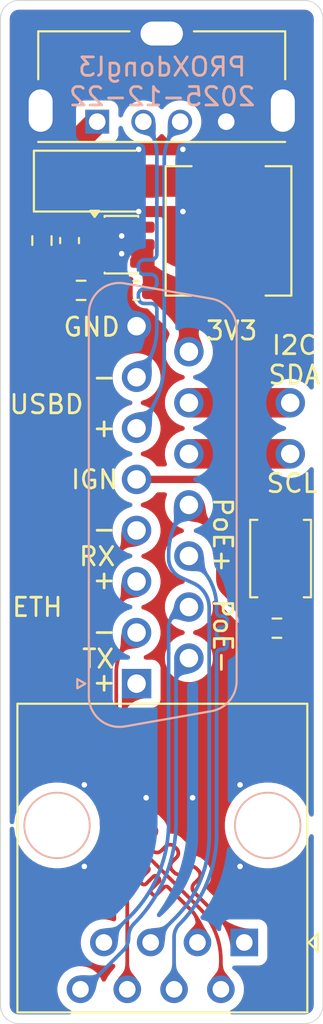
<source format=kicad_pcb>
(kicad_pcb
	(version 20241229)
	(generator "pcbnew")
	(generator_version "9.0")
	(general
		(thickness 1.6)
		(legacy_teardrops no)
	)
	(paper "A4")
	(layers
		(0 "F.Cu" signal)
		(2 "B.Cu" signal)
		(9 "F.Adhes" user "F.Adhesive")
		(11 "B.Adhes" user "B.Adhesive")
		(13 "F.Paste" user)
		(15 "B.Paste" user)
		(5 "F.SilkS" user "F.Silkscreen")
		(7 "B.SilkS" user "B.Silkscreen")
		(1 "F.Mask" user)
		(3 "B.Mask" user)
		(17 "Dwgs.User" user "User.Drawings")
		(19 "Cmts.User" user "User.Comments")
		(21 "Eco1.User" user "User.Eco1")
		(23 "Eco2.User" user "User.Eco2")
		(25 "Edge.Cuts" user)
		(27 "Margin" user)
		(31 "F.CrtYd" user "F.Courtyard")
		(29 "B.CrtYd" user "B.Courtyard")
		(35 "F.Fab" user)
		(33 "B.Fab" user)
		(39 "User.1" user)
		(41 "User.2" user)
		(43 "User.3" user)
		(45 "User.4" user)
	)
	(setup
		(pad_to_mask_clearance 0)
		(allow_soldermask_bridges_in_footprints no)
		(tenting front back)
		(pcbplotparams
			(layerselection 0x00000000_00000000_55555555_5755f5ff)
			(plot_on_all_layers_selection 0x00000000_00000000_00000000_00000000)
			(disableapertmacros no)
			(usegerberextensions yes)
			(usegerberattributes yes)
			(usegerberadvancedattributes yes)
			(creategerberjobfile yes)
			(dashed_line_dash_ratio 12.000000)
			(dashed_line_gap_ratio 3.000000)
			(svgprecision 4)
			(plotframeref no)
			(mode 1)
			(useauxorigin no)
			(hpglpennumber 1)
			(hpglpenspeed 20)
			(hpglpendiameter 15.000000)
			(pdf_front_fp_property_popups yes)
			(pdf_back_fp_property_popups yes)
			(pdf_metadata yes)
			(pdf_single_document no)
			(dxfpolygonmode yes)
			(dxfimperialunits yes)
			(dxfusepcbnewfont yes)
			(psnegative no)
			(psa4output no)
			(plot_black_and_white yes)
			(sketchpadsonfab no)
			(plotpadnumbers no)
			(hidednponfab no)
			(sketchdnponfab yes)
			(crossoutdnponfab yes)
			(subtractmaskfromsilk no)
			(outputformat 1)
			(mirror no)
			(drillshape 0)
			(scaleselection 1)
			(outputdirectory "out/")
		)
	)
	(net 0 "")
	(net 1 "/ETH_DC1+")
	(net 2 "/ETH_RX-")
	(net 3 "/ETH_TX+")
	(net 4 "/ETH_DC2+")
	(net 5 "/ETH_DC1-")
	(net 6 "/ETH_DC2-")
	(net 7 "/ETH_RX+")
	(net 8 "/ETH_TX-")
	(net 9 "/USB_D-")
	(net 10 "/USB_D+")
	(net 11 "+3V3")
	(net 12 "GND")
	(net 13 "+5V")
	(net 14 "Net-(D1-A)")
	(net 15 "Net-(U1-FB)")
	(net 16 "unconnected-(U1-NC-Pad6)")
	(net 17 "/I2C_SDA")
	(net 18 "/I2C_SCL")
	(net 19 "/IGNITION")
	(net 20 "Net-(SW1-A)")
	(footprint "Connector_USB:USB_A_Molex_105057_Vertical" (layer "F.Cu") (at 105.25 49.575))
	(footprint "Diode_SMD:D_SMA" (layer "F.Cu") (at 105.325 52.8))
	(footprint "Resistor_SMD:R_0603_1608Metric" (layer "F.Cu") (at 115 77.05))
	(footprint "Package_TO_SOT_SMD:SOT-23-6" (layer "F.Cu") (at 106.5625 56.25))
	(footprint "Button_Switch_SMD:SW_SPST_TS-1088-xR020" (layer "F.Cu") (at 115.2 73.275 90))
	(footprint "Capacitor_SMD:C_0603_1608Metric" (layer "F.Cu") (at 103.75 56.025 -90))
	(footprint "Inductor_SMD:L_APV_APH0630" (layer "F.Cu") (at 112.375 55.5 90))
	(footprint "Resistor_SMD:R_0603_1608Metric" (layer "F.Cu") (at 104.375 58.725))
	(footprint "Resistor_SMD:R_0603_1608Metric" (layer "F.Cu") (at 102.25 56.025 -90))
	(footprint "Capacitor_SMD:C_0603_1608Metric" (layer "F.Cu") (at 107.35 58.725 180))
	(footprint (layer "F.Cu") (at 115.725 67.595))
	(footprint (layer "F.Cu") (at 115.725 64.825))
	(footprint "Connector_RJ:RJ45_OST_PJ012-8P8CX_Vertical" (layer "F.Cu") (at 113.23 94.1 180))
	(footprint "Connector_Dsub:DSUB-15_Socket_Vertical_P2.77x2.84mm" (layer "B.Cu") (at 107.385 80.06 -90))
	(gr_line
		(start 100 97.5)
		(end 100 44)
		(stroke
			(width 0.05)
			(type default)
		)
		(layer "Edge.Cuts")
		(uuid "0db6ce03-0979-466c-8d70-b73e485d4a8f")
	)
	(gr_line
		(start 117.5 44)
		(end 117.5 97.5)
		(stroke
			(width 0.05)
			(type default)
		)
		(layer "Edge.Cuts")
		(uuid "10be46f5-97dc-400b-ad24-0b8b87306653")
	)
	(gr_line
		(start 101 43)
		(end 116.5 43)
		(stroke
			(width 0.05)
			(type default)
		)
		(layer "Edge.Cuts")
		(uuid "413b3a9e-9bd9-4831-9365-cd63dbd28d7f")
	)
	(gr_arc
		(start 116.5 43)
		(mid 117.207107 43.292893)
		(end 117.5 44)
		(stroke
			(width 0.05)
			(type default)
		)
		(layer "Edge.Cuts")
		(uuid "52b734ef-74dd-43b6-888f-18443ecf54e3")
	)
	(gr_arc
		(start 101 98.5)
		(mid 100.292893 98.207107)
		(end 100 97.5)
		(stroke
			(width 0.05)
			(type default)
		)
		(layer "Edge.Cuts")
		(uuid "6a17951b-3130-4b4a-9fe8-2b07478bf2be")
	)
	(gr_line
		(start 116.5 98.5)
		(end 101 98.5)
		(stroke
			(width 0.05)
			(type default)
		)
		(layer "Edge.Cuts")
		(uuid "79c46bbb-04e4-4a4a-967a-27117ae08049")
	)
	(gr_arc
		(start 117.5 97.5)
		(mid 117.207107 98.207107)
		(end 116.5 98.5)
		(stroke
			(width 0.05)
			(type default)
		)
		(layer "Edge.Cuts")
		(uuid "dbd91a20-56fa-46cf-ba01-69e810d4c7e5")
	)
	(gr_arc
		(start 100 44)
		(mid 100.292893 43.292893)
		(end 101 43)
		(stroke
			(width 0.05)
			(type default)
		)
		(layer "Edge.Cuts")
		(uuid "f40b6dc1-c075-4afe-b6bc-38632a8e4915")
	)
	(gr_text "ETH"
		(at 102 76.5 0)
		(layer "F.SilkS")
		(uuid "049bffc6-81b2-43bb-a40c-9da8e459d2e1")
		(effects
			(font
				(size 1 1)
				(thickness 0.15)
			)
			(justify bottom)
		)
	)
	(gr_text "SCL"
		(at 115.825 69.775 0)
		(layer "F.SilkS")
		(uuid "0975c62e-7a83-4825-b14b-a15373d2df61")
		(effects
			(font
				(size 1 1)
				(thickness 0.15)
			)
			(justify bottom)
		)
	)
	(gr_text "+"
		(at 105.625 75 0)
		(layer "F.SilkS")
		(uuid "0b90a5b0-df5d-4501-b2f2-b67448d903bf")
		(effects
			(font
				(size 1 1)
				(thickness 0.15)
			)
			(justify bottom)
		)
	)
	(gr_text "TX"
		(at 105.3 79.3 0)
		(layer "F.SilkS")
		(uuid "1794d75d-514e-449d-9103-4763c94b122d")
		(effects
			(font
				(size 1 1)
				(thickness 0.15)
			)
			(justify bottom)
		)
	)
	(gr_text "-"
		(at 105.625 77.8 0)
		(layer "F.SilkS")
		(uuid "1df42f9d-6b34-4d56-ac24-44dc5206c04f")
		(effects
			(font
				(size 1 1)
				(thickness 0.15)
			)
			(justify bottom)
		)
	)
	(gr_text "+"
		(at 105.625 80.55 0)
		(layer "F.SilkS")
		(uuid "26fe9f4a-06b7-4719-b1a4-70101fcfed63")
		(effects
			(font
				(size 1 1)
				(thickness 0.15)
			)
			(justify bottom)
		)
	)
	(gr_text "I2C\nSDA"
		(at 115.95 63.9 0)
		(layer "F.SilkS")
		(uuid "3785b389-4a48-406f-bad7-7d0e6ca5a0d5")
		(effects
			(font
				(size 1 1)
				(thickness 0.15)
			)
			(justify bottom)
		)
	)
	(gr_text "3V3"
		(at 112.55 61.5 0)
		(layer "F.SilkS")
		(uuid "3ee0d8b8-3e57-41fc-b8b9-064870c61fbb")
		(effects
			(font
				(size 1 1)
				(thickness 0.15)
			)
			(justify bottom)
		)
	)
	(gr_text "-"
		(at 105.625 72.25 0)
		(layer "F.SilkS")
		(uuid "3f3f6247-261b-47e9-ac0a-2d4d11d96d03")
		(effects
			(font
				(size 1 1)
				(thickness 0.15)
			)
			(justify bottom)
		)
	)
	(gr_text "PoE+"
		(at 111.475 72 270)
		(layer "F.SilkS")
		(uuid "4819db5c-a7f2-4d5a-892b-093ce72a6ae9")
		(effects
			(font
				(size 1 1)
				(thickness 0.15)
			)
			(justify bottom)
		)
	)
	(gr_text "GND"
		(at 104.95 61.3 0)
		(layer "F.SilkS")
		(uuid "62408669-0d82-4b09-a3c6-e15998c50aa3")
		(effects
			(font
				(size 1 1)
				(thickness 0.15)
			)
			(justify bottom)
		)
	)
	(gr_text "-"
		(at 105.625 64 0)
		(layer "F.SilkS")
		(uuid "7860e24c-92e6-4578-bef4-82b88fcc73bf")
		(effects
			(font
				(size 1 1)
				(thickness 0.15)
			)
			(justify bottom)
		)
	)
	(gr_text "RX"
		(at 105.25 73.75 0)
		(layer "F.SilkS")
		(uuid "94adfeb0-c9ad-4a6b-98c9-e985685955c1")
		(effects
			(font
				(size 1 1)
				(thickness 0.15)
			)
			(justify bottom)
		)
	)
	(gr_text "IGN"
		(at 105.1 69.575 0)
		(layer "F.SilkS")
		(uuid "c8d87bec-a391-4205-b845-6b930131ddf5")
		(effects
			(font
				(size 1 1)
				(thickness 0.15)
			)
			(justify bottom)
		)
	)
	(gr_text "USBD"
		(at 102.5 65.5 0)
		(layer "F.SilkS")
		(uuid "d627d361-55c1-4fb3-8c05-87f33695c61d")
		(effects
			(font
				(size 1 1)
				(thickness 0.15)
			)
			(justify bottom)
		)
	)
	(gr_text "PoE-"
		(at 111.475 77.5 270)
		(layer "F.SilkS")
		(uuid "df6d8cb3-b30e-4703-b7c0-d3a2843d2850")
		(effects
			(font
				(size 1 1)
				(thickness 0.15)
			)
			(justify bottom)
		)
	)
	(gr_text "+"
		(at 105.625 66.75 0)
		(layer "F.SilkS")
		(uuid "ec000367-5a59-4131-9be4-cd9c849520c3")
		(effects
			(font
				(size 1 1)
				(thickness 0.15)
			)
			(justify bottom)
		)
	)
	(gr_text "PROXdongl3\n2025-12-22"
		(at 108.775 48.8 -0)
		(layer "B.SilkS")
		(uuid "89b0f420-dce0-4c18-a22c-6cb6dd6632c3")
		(effects
			(font
				(size 1 1)
				(thickness 0.15)
			)
			(justify bottom mirror)
		)
	)
	(segment
		(start 109.42 93.811314)
		(end 109.42 96.64)
		(width 0.2)
		(layer "B.Cu")
		(net 1)
		(uuid "1b3a16c5-83c5-4082-963a-24f4bce5b034")
	)
	(segment
		(start 111.727 78.438473)
		(end 111.727 78.558473)
		(width 0.2)
		(layer "B.Cu")
		(net 1)
		(uuid "297592fe-a272-44fc-9e77-42cb25950c25")
	)
	(segment
		(start 112.307 77.838473)
		(end 112.307 77.958473)
		(width 0.2)
		(layer "B.Cu")
		(net 1)
		(uuid "3605a777-fcb1-4949-9d2b-4fed50311136")
	)
	(segment
		(start 110.225 73.135)
		(end 110.837673 73.747673)
		(width 0.2)
		(layer "B.Cu")
		(net 1)
		(uuid "42abc40d-b88e-4359-b3e2-d2fd62bc3daf")
	)
	(segment
		(start 111.967 76.398473)
		(end 112.067 76.398473)
		(width 0.2)
		(layer "B.Cu")
		(net 1)
		(uuid "4b6e64f8-ddf2-4ad7-88b5-f979a45e1a53")
	)
	(segment
		(start 111.727 78.611757)
		(end 111.727 79.948824)
		(width 0.2)
		(layer "B.Cu")
		(net 1)
		(uuid "58c9926b-6326-42e7-9dc0-12c851049de2")
	)
	(segment
		(start 111.727 78.558473)
		(end 111.727 78.611757)
		(width 0.2)
		(layer "B.Cu")
		(net 1)
		(uuid "83f4b8a8-9871-4188-8e2f-293062ac7c8a")
	)
	(segment
		(start 112.307 76.638473)
		(end 112.307 76.758473)
		(width 0.2)
		(layer "B.Cu")
		(net 1)
		(uuid "989da18c-164e-4312-b765-d0763e0d36c9")
	)
	(segment
		(start 112.067 76.998473)
		(end 111.967 76.998473)
		(width 0.2)
		(layer "B.Cu")
		(net 1)
		(uuid "aba83d00-45b9-415e-8971-df563c611b99")
	)
	(segment
		(start 111.727 79.948824)
		(end 111.727 88.241834)
		(width 0.2)
		(layer "B.Cu")
		(net 1)
		(uuid "b4f4a6aa-0c07-400b-8acd-30687c0c6f72")
	)
	(segment
		(start 112.067 78.198473)
		(end 111.967 78.198473)
		(width 0.2)
		(layer "B.Cu")
		(net 1)
		(uuid "c29c28f6-4ec4-47de-af13-a0590522dd89")
	)
	(segment
		(start 111.727005 75.894771)
		(end 111.727 76.158473)
		(width 0.2)
		(layer "B.Cu")
		(net 1)
		(uuid "cca05b71-5b5f-4256-ab52-cb01e3d64242")
	)
	(segment
		(start 111.727 77.238473)
		(end 111.727 77.358473)
		(width 0.2)
		(layer "B.Cu")
		(net 1)
		(uuid "e8f35f1c-5947-4153-b041-9d5f8b5d5ced")
	)
	(segment
		(start 111.967 77.598473)
		(end 112.067 77.598473)
		(width 0.2)
		(layer "B.Cu")
		(net 1)
		(uuid "eca8d92f-de7c-4ff4-8620-6832795d65d8")
	)
	(arc
		(start 111.727 88.241834)
		(mid 111.203571 90.873289)
		(end 109.712893 93.104207)
		(width 0.2)
		(layer "B.Cu")
		(net 1)
		(uuid "3d729d30-f11a-449e-8f5f-d25a15500890")
	)
	(arc
		(start 111.727 77.358473)
		(mid 111.797294 77.528179)
		(end 111.967 77.598473)
		(width 0.2)
		(layer "B.Cu")
		(net 1)
		(uuid "4889e938-fd7e-45f7-a438-fd58a02665ad")
	)
	(arc
		(start 111.967 76.998473)
		(mid 111.797294 77.068767)
		(end 111.727 77.238473)
		(width 0.2)
		(layer "B.Cu")
		(net 1)
		(uuid "840bed66-a729-458a-bb79-41114e5b1fc5")
	)
	(arc
		(start 112.307 77.958473)
		(mid 112.236706 78.128179)
		(end 112.067 78.198473)
		(width 0.2)
		(layer "B.Cu")
		(net 1)
		(uuid "88017b7f-2ce8-4096-b5fa-7d43e157a07b")
	)
	(arc
		(start 112.307 76.758473)
		(mid 112.236706 76.928179)
		(end 112.067 76.998473)
		(width 0.2)
		(layer "B.Cu")
		(net 1)
		(uuid "9785c371-2f24-469e-8504-4a7247b09219")
	)
	(arc
		(start 111.727 76.158473)
		(mid 111.797294 76.328179)
		(end 111.967 76.398473)
		(width 0.2)
		(layer "B.Cu")
		(net 1)
		(uuid "a609964b-d264-4d9f-b12b-08cc4a699a63")
	)
	(arc
		(start 112.067 76.398473)
		(mid 112.236706 76.468767)
		(end 112.307 76.638473)
		(width 0.2)
		(layer "B.Cu")
		(net 1)
		(uuid "ac1d85bb-f59a-4dfc-941c-ef6392377f83")
	)
	(arc
		(start 109.712893 93.104207)
		(mid 109.49612 93.428631)
		(end 109.42 93.811314)
		(width 0.2)
		(layer "B.Cu")
		(net 1)
		(uuid "d6ee7632-5b2a-4cfb-b595-83b645ff3a0f")
	)
	(arc
		(start 110.837673 73.747673)
		(mid 111.495887 74.73277)
		(end 111.727005 75.894771)
		(width 0.2)
		(layer "B.Cu")
		(net 1)
		(uuid "d77a85b3-60db-4da9-b72d-3bba58386af8")
	)
	(arc
		(start 112.067 77.598473)
		(mid 112.236706 77.668767)
		(end 112.307 77.838473)
		(width 0.2)
		(layer "B.Cu")
		(net 1)
		(uuid "db339cf9-2624-410e-9cdf-a3c53cbe6b3f")
	)
	(arc
		(start 111.967 78.198473)
		(mid 111.797294 78.268767)
		(end 111.727 78.438473)
		(width 0.2)
		(layer "B.Cu")
		(net 1)
		(uuid "e60421ae-9944-4ba1-b5d8-dc864b2c1861")
	)
	(segment
		(start 106.88 96.64)
		(end 106.88 91.014127)
		(width 0.2)
		(layer "F.Cu")
		(net 2)
		(uuid "35e5ba2f-7fd0-48ff-93b1-eae833a0d61e")
	)
	(segment
		(start 105.482 87.639086)
		(end 105.482 76.344198)
		(width 0.2)
		(layer "F.Cu")
		(net 2)
		(uuid "60b35e78-4833-4263-92c3-97eb2a95da3d")
	)
	(arc
		(start 105.774893 88.346193)
		(mid 106.592798 89.570264)
		(end 106.88 91.014127)
		(width 0.2)
		(layer "F.Cu")
		(net 2)
		(uuid "19e1288e-cd7a-4cfe-953d-6947053902e2")
	)
	(arc
		(start 107.385 71.75)
		(mid 105.976563 73.857856)
		(end 105.482 76.344198)
		(width 0.2)
		(layer "F.Cu")
		(net 2)
		(uuid "9c5fc30d-d7ed-4b8a-bacb-26097bee2dee")
	)
	(arc
		(start 105.774893 88.346193)
		(mid 105.55812 88.02177)
		(end 105.482 87.639086)
		(width 0.2)
		(layer "F.Cu")
		(net 2)
		(uuid "d51b8968-c8e4-42c4-9a1a-bfffcced0d88")
	)
	(segment
		(start 106.685 80.76)
		(end 106.685 87.140786)
		(width 0.2)
		(layer "F.Cu")
		(net 3)
		(uuid "213cc9bc-96a1-4c17-8f5c-ccd93a116c65")
	)
	(segment
		(start 108.728115 89.12294)
		(end 108.960045 88.891007)
		(width 0.2)
		(layer "F.Cu")
		(net 3)
		(uuid "24ac8024-d204-4326-b00b-005f6abc51fc")
	)
	(segment
		(start 110.62316 90.078947)
		(end 110.741953 90.19774)
		(width 0.2)
		(layer "F.Cu")
		(net 3)
		(uuid "33be4c92-56f3-41eb-816b-15f32d9d77e2")
	)
	(segment
		(start 107.385 80.06)
		(end 106.685 80.76)
		(width 0.2)
		(layer "F.Cu")
		(net 3)
		(uuid "34c1f55e-d59e-4312-a4ac-b692196311fb")
	)
	(segment
		(start 110.741953 90.672916)
		(end 110.51002 90.904846)
		(width 0.2)
		(layer "F.Cu")
		(net 3)
		(uuid "5422b261-37a7-4aa3-8ee2-9fe0f509da50")
	)
	(segment
		(start 107.385 80.06)
		(end 106.977893 80.467107)
		(width 0.2)
		(layer "F.Cu")
		(net 3)
		(uuid "6c1f7510-deab-4342-9ffa-c055c23b178e")
	)
	(segment
		(start 107.540176 87.935001)
		(end 107.772106 87.703068)
		(width 0.2)
		(layer "F.Cu")
		(net 3)
		(uuid "84b38016-7cc8-4fa3-8b7d-a5b057c522ba")
	)
	(segment
		(start 109.554014 89.484977)
		(end 109.322081 89.716907)
		(width 0.2)
		(layer "F.Cu")
		(net 3)
		(uuid "9ac48fe6-f7b1-44c0-98a7-4e04da66844b")
	)
	(segment
		(start 109.916054 90.310879)
		(end 110.147984 90.078946)
		(width 0.2)
		(layer "F.Cu")
		(net 3)
		(uuid "a2574c8e-f60c-47dc-ba1e-fdeaf4826972")
	)
	(segment
		(start 110.628817 91.498817)
		(end 111.065 91.935)
		(width 0.2)
		(layer "F.Cu")
		(net 3)
		(uuid "ab11df4e-0c3b-49e5-b3ae-859f74f2b246")
	)
	(segment
		(start 109.435221 88.891008)
		(end 109.554014 89.009801)
		(width 0.2)
		(layer "F.Cu")
		(net 3)
		(uuid "b6312bb9-ecae-4f9e-96e4-326e5c0f01a1")
	)
	(segment
		(start 109.322082 90.192083)
		(end 109.440878 90.310878)
		(width 0.2)
		(layer "F.Cu")
		(net 3)
		(uuid "b73de118-aa28-480d-b46e-9d60e59735a8")
	)
	(segment
		(start 108.366075 88.297038)
		(end 108.134142 88.528968)
		(width 0.2)
		(layer "F.Cu")
		(net 3)
		(uuid "bca99180-b19e-4329-afac-060f59b785f4")
	)
	(segment
		(start 111.065 91.935)
		(end 113.23 94.1)
		(width 0.2)
		(layer "F.Cu")
		(net 3)
		(uuid "d2aaabad-c98a-45ae-96f4-1a8bd2222fa4")
	)
	(segment
		(start 108.247282 87.703069)
		(end 108.366075 87.821862)
		(width 0.2)
		(layer "F.Cu")
		(net 3)
		(uuid "dfb03752-e664-48a2-9d08-a7133c0f8063")
	)
	(segment
		(start 110.510021 91.380022)
		(end 110.628817 91.498817)
		(width 0.2)
		(layer "F.Cu")
		(net 3)
		(uuid "e06b253f-14fb-4dc8-9851-561d427c4427")
	)
	(segment
		(start 106.977893 87.847893)
		(end 107.065 87.935)
		(width 0.2)
		(layer "F.Cu")
		(net 3)
		(uuid "e20394a6-36ba-478e-8529-2641863adfaf")
	)
	(segment
		(start 108.134143 89.004144)
		(end 108.252939 89.122939)
		(width 0.2)
		(layer "F.Cu")
		(net 3)
		(uuid "e7e0aa8a-e407-46af-a998-0e98ace99086")
	)
	(arc
		(start 108.134142 88.528968)
		(mid 108.035731 88.766556)
		(end 108.134143 89.004144)
		(width 0.2)
		(layer "F.Cu")
		(net 3)
		(uuid "233b63ef-0432-464d-be60-e0fff5d13ac2")
	)
	(arc
		(start 110.51002 90.904846)
		(mid 110.411609 91.142434)
		(end 110.510021 91.380022)
		(width 0.2)
		(layer "F.Cu")
		(net 3)
		(uuid "3f33e3bc-9f81-4a07-86d5-c2781531a87b")
	)
	(arc
		(start 109.440878 90.310878)
		(mid 109.678467 90.40929)
		(end 109.916054 90.310879)
		(width 0.2)
		(layer "F.Cu")
		(net 3)
		(uuid "443a3d4a-6585-4196-a40e-7041425c4eac")
	)
	(arc
		(start 110.147984 90.078946)
		(mid 110.385572 89.980535)
		(end 110.62316 90.078947)
		(width 0.2)
		(layer "F.Cu")
		(net 3)
		(uuid "450e2d8f-0dd2-42b4-8f9f-39d4c2ccd201")
	)
	(arc
		(start 110.741953 90.19774)
		(mid 110.840365 90.435328)
		(end 110.741953 90.672916)
		(width 0.2)
		(layer "F.Cu")
		(net 3)
		(uuid "4e2764a4-0acf-4e47-855b-0e09e4b064ac")
	)
	(arc
		(start 107.065 87.935)
		(mid 107.302589 88.033412)
		(end 107.540176 87.935001)
		(width 0.2)
		(layer "F.Cu")
		(net 3)
		(uuid "617fa0de-ebb0-436c-8263-15595d60ef9c")
	)
	(arc
		(start 108.366075 87.821862)
		(mid 108.464487 88.05945)
		(end 108.366075 88.297038)
		(width 0.2)
		(layer "F.Cu")
		(net 3)
		(uuid "75f31041-05b3-4f77-bf21-c5469b3b3203")
	)
	(arc
		(start 108.252939 89.122939)
		(mid 108.490528 89.221351)
		(end 108.728115 89.12294)
		(width 0.2)
		(layer "F.Cu")
		(net 3)
		(uuid "8f790694-a398-4b1e-bb57-b582fb2543be")
	)
	(arc
		(start 107.772106 87.703068)
		(mid 108.009694 87.604657)
		(end 108.247282 87.703069)
		(width 0.2)
		(layer "F.Cu")
		(net 3)
		(uuid "a951adfe-5ee2-47da-a8db-acf76f9336c4")
	)
	(arc
		(start 109.554014 89.009801)
		(mid 109.652426 89.247389)
		(end 109.554014 89.484977)
		(width 0.2)
		(layer "F.Cu")
		(net 3)
		(uuid "cac28868-16bc-44b8-8510-56e0c858b8a5")
	)
	(arc
		(start 106.685 87.140786)
		(mid 106.76112 87.52347)
		(end 106.977893 87.847893)
		(width 0.2)
		(layer "F.Cu")
		(net 3)
		(uuid "d50a074b-b3dd-4558-8c40-85b226028dcd")
	)
	(arc
		(start 109.322081 89.716907)
		(mid 109.22367 89.954495)
		(end 109.322082 90.192083)
		(width 0.2)
		(layer "F.Cu")
		(net 3)
		(uuid "dc2f670d-15ea-4477-9882-6c8a74a5d2f3")
	)
	(arc
		(start 108.960045 88.891007)
		(mid 109.197633 88.792596)
		(end 109.435221 88.891008)
		(width 0.2)
		(layer "F.Cu")
		(net 3)
		(uuid "e16beaad-139b-4905-8a28-40e8a90511db")
	)
	(segment
		(start 111.607107 71.747107)
		(end 110.225 70.365)
		(width 0.4)
		(layer "F.Cu")
		(net 4)
		(uuid "40875f9c-fc40-4d06-a70e-86e446e028a9")
	)
	(segment
		(start 114.175 77.05)
		(end 112.192893 75.067893)
		(width 0.4)
		(layer "F.Cu")
		(net 4)
		(uuid "af4ced48-2f9d-41b8-8b09-c4b3c213adbe")
	)
	(segment
		(start 111.9 74.360786)
		(end 111.9 72.454214)
		(width 0.4)
		(layer "F.Cu")
		(net 4)
		(uuid "fcf41104-c0b9-4dca-a2bb-e292d1d5adef")
	)
	(arc
		(start 111.607107 71.747107)
		(mid 111.82388 72.07153)
		(end 111.9 72.454214)
		(width 0.4)
		(layer "F.Cu")
		(net 4)
		(uuid "23750c8f-f81b-41b4-9723-a2d7095ebe60")
	)
	(arc
		(start 112.192893 75.067893)
		(mid 111.97612 74.74347)
		(end 111.9 74.360786)
		(width 0.4)
		(layer "F.Cu")
		(net 4)
		(uuid "935af328-ce12-4a4e-9823-76cee9197b17")
	)
	(segment
		(start 111.326 75.937102)
		(end 111.326 88.341275)
		(width 0.2)
		(layer "B.Cu")
		(net 4)
		(uuid "2e521ab4-1c9c-4f82-8744-e8f74b45f502")
	)
	(segment
		(start 109.4997 92.750316)
		(end 108.15 94.1)
		(width 0.2)
		(layer "B.Cu")
		(net 4)
		(uuid "50323dfe-b2cd-4ed8-8839-87d366f75576")
	)
	(segment
		(start 109.123999 73.094481)
		(end 109.123997 73.24715)
		(width 0.2)
		(layer "B.Cu")
		(net 4)
		(uuid "573d0532-267c-4c64-81f2-82efa49f1e11")
	)
	(segment
		(start 109.124 73.050762)
		(end 109.123999 73.094481)
		(width 0.2)
		(layer "B.Cu")
		(net 4)
		(uuid "83aac324-fece-4496-8203-5c602cf4d72f")
	)
	(segment
		(start 109.124 73.022931)
		(end 109.124 73.050762)
		(width 0.2)
		(layer "B.Cu")
		(net 4)
		(uuid "b55e6cf2-afd1-4de7-8e61-c1b98395f5a3")
	)
	(segment
		(start 109.80946 74.311291)
		(end 110.472761 74.612516)
		(width 0.2)
		(layer "B.Cu")
		(net 4)
		(uuid "e3ce3b94-346f-4702-a787-4bad6a18c179")
	)
	(arc
		(start 109.123997 73.24715)
		(mid 109.310191 73.880054)
		(end 109.80946 74.311291)
		(width 0.2)
		(layer "B.Cu")
		(net 4)
		(uuid "29764fa2-a997-4704-9206-466832b26de4")
	)
	(arc
		(start 110.225 70.365)
		(mid 109.410133 71.584481)
		(end 109.124 73.022931)
		(width 0.2)
		(layer "B.Cu")
		(net 4)
		(uuid "524331c2-a955-4a25-93ad-45d61e2ba38d")
	)
	(arc
		(start 111.326 88.341275)
		(mid 110.85136 90.727434)
		(end 109.4997 92.750316)
		(width 0.2)
		(layer "B.Cu")
		(net 4)
		(uuid "95ff44f7-af53-4de6-a56f-ea9300a9a3de")
	)
	(arc
		(start 111.326 75.937102)
		(mid 111.094227 75.149297)
		(end 110.472761 74.612516)
		(width 0.2)
		(layer "B.Cu")
		(net 4)
		(uuid "e8685c65-5f2e-4be2-a160-a7a6580df01f")
	)
	(segment
		(start 109.416893 76.333107)
		(end 109.845 75.905)
		(width 0.2)
		(layer "B.Cu")
		(net 5)
		(uuid "19de6717-dd66-4f55-9b1f-ed5f070abbb0")
	)
	(segment
		(start 109.124 87.641773)
		(end 109.124 77.040214)
		(width 0.2)
		(layer "B.Cu")
		(net 5)
		(uuid "7ef2c0a7-1daf-4709-ba47-40c201c5c4ee")
	)
	(segment
		(start 109.845 75.905)
		(end 110.225 75.905)
		(width 0.2)
		(layer "B.Cu")
		(net 5)
		(uuid "7ff693eb-e5e6-4b1c-9b05-4bb976a10db3")
	)
	(segment
		(start 105.61 94.1)
		(end 107.042033 92.668001)
		(width 0.2)
		(layer "B.Cu")
		(net 5)
		(uuid "947dcb75-2a58-4d01-91e3-4a251669c49b")
	)
	(segment
		(start 105.61 94.1)
		(end 105.5 93.99)
		(width 0.2)
		(layer "B.Cu")
		(net 5)
		(uuid "ee570994-3e94-4237-bd5c-cfcc1aedb572")
	)
	(arc
		(start 107.042033 92.668001)
		(mid 108.582913 90.361955)
		(end 109.124 87.641773)
		(width 0.2)
		(layer "B.Cu")
		(net 5)
		(uuid "9367f155-3e0b-4ef1-95e0-d75e8f9bf54c")
	)
	(arc
		(start 109.416893 76.333107)
		(mid 109.20012 76.65753)
		(end 109.124 77.040214)
		(width 0.2)
		(layer "B.Cu")
		(net 5)
		(uuid "ac278524-a01d-4232-8144-d0e3b99e6d94")
	)
	(segment
		(start 106.953893 93.828232)
		(end 106.953893 93.785982)
		(width 0.2)
		(layer "B.Cu")
		(net 6)
		(uuid "6010f089-3123-43db-a364-fbc262c45f34")
	)
	(segment
		(start 109.525 87.578835)
		(end 109.525 79.789214)
		(width 0.2)
		(layer "B.Cu")
		(net 6)
		(uuid "7e9e76bf-d0c5-4b76-b851-d7129937c28e")
	)
	(segment
		(start 104.556339 96.64)
		(end 106.661 94.535339)
		(width 0.2)
		(layer "B.Cu")
		(net 6)
		(uuid "95ee3c68-50d0-449d-b1c1-bdd40f4b71cc")
	)
	(segment
		(start 104.34 96.64)
		(end 104.556339 96.64)
		(width 0.2)
		(layer "B.Cu")
		(net 6)
		(uuid "b41c45bb-3840-4329-873b-0826724ca19c")
	)
	(segment
		(start 109.817893 79.082107)
		(end 110.225 78.675)
		(width 0.2)
		(layer "B.Cu")
		(net 6)
		(uuid "ee68e164-ca41-4506-92ea-0620134d969e")
	)
	(arc
		(start 109.525 79.789214)
		(mid 109.60112 79.406531)
		(end 109.817893 79.082107)
		(width 0.2)
		(layer "B.Cu")
		(net 6)
		(uuid "601c0325-34fd-4107-8982-98e1646ff6bb")
	)
	(arc
		(start 106.953893 93.785982)
		(mid 107.030013 93.403299)
		(end 107.246786 93.078875)
		(width 0.2)
		(layer "B.Cu")
		(net 6)
		(uuid "6cbdcb56-97f5-4eb9-bec7-9c4b1ad8ab0a")
	)
	(arc
		(start 106.661 94.535339)
		(mid 106.877773 94.210916)
		(end 106.953893 93.828232)
		(width 0.2)
		(layer "B.Cu")
		(net 6)
		(uuid "cdf8a814-f6e8-4848-b587-18abdfccfa59")
	)
	(arc
		(start 107.246786 93.078875)
		(mid 108.932921 90.555415)
		(end 109.525 87.578835)
		(width 0.2)
		(layer "B.Cu")
		(net 6)
		(uuid "eb7a141a-7c25-4cc6-b7e6-d884c399ce57")
	)
	(segment
		(start 109.162381 91.166581)
		(end 109.3279 91.3321)
		(width 0.2)
		(layer "F.Cu")
		(net 7)
		(uuid "15b411c7-ffbd-4ead-bf58-f9f9c6b35cb2")
	)
	(segment
		(start 109.104397 91.108597)
		(end 109.162381 91.166581)
		(width 0.2)
		(layer "F.Cu")
		(net 7)
		(uuid "2762318f-2d42-4a0d-9577-aa34abcf0d1c")
	)
	(segment
		(start 108.002727 90.238858)
		(end 107.619475 90.622109)
		(width 0.2)
		(layer "F.Cu")
		(net 7)
		(uuid "287071ee-1ee2-499c-a9ce-f8ecf42d3b0b")
	)
	(segment
		(start 107.4229 89.659031)
		(end 107.216424 89.865506)
		(width 0.2)
		(layer "F.Cu")
		(net 7)
		(uuid "29a7ed2f-8e4f-4cb7-82c9-1b82aa07d29c")
	)
	(segment
		(start 108.199302 91.433867)
		(end 108.257284 91.491849)
		(width 0.2)
		(layer "F.Cu")
		(net 7)
		(uuid "2bc0a353-443d-4045-92f7-8008b44d6876")
	)
	(segment
		(start 107.216424 90.097437)
		(end 107.274406 90.155419)
		(width 0.2)
		(layer "F.Cu")
		(net 7)
		(uuid "3bd8a843-541f-49a2-80ce-54e5adec7582")
	)
	(segment
		(start 109.3279 91.3321)
		(end 110.281037 92.285237)
		(width 0.2)
		(layer "F.Cu")
		(net 7)
		(uuid "3ff0c178-d559-4453-b347-324ac0c71169")
	)
	(segment
		(start 110.281037 92.285237)
		(end 110.397107 92.401307)
		(width 0.2)
		(layer "F.Cu")
		(net 7)
		(uuid "870a4c3e-3467-4d7d-899e-2fa5d5e145dc")
	)
	(segment
		(start 107.944743 89.948943)
		(end 108.002727 90.006927)
		(width 0.2)
		(layer "F.Cu")
		(net 7)
		(uuid "9c62ffd7-2d59-4831-8a10-0b34bb66b7f3")
	)
	(segment
		(start 107.506337 90.155419)
		(end 107.712812 89.948943)
		(width 0.2)
		(layer "F.Cu")
		(net 7)
		(uuid "a5c6f3b1-9b78-483d-a59a-da4a82b89d2b")
	)
	(segment
		(start 107.909388 90.912022)
		(end 108.292639 90.52877)
		(width 0.2)
		(layer "F.Cu")
		(net 7)
		(uuid "a8239e8f-f4ad-4bcd-a685-40b24630076d")
	)
	(segment
		(start 108.582554 90.818685)
		(end 108.199302 91.201936)
		(width 0.2)
		(layer "F.Cu")
		(net 7)
		(uuid "ae2a428f-6241-4267-938d-dc7b1785dbab")
	)
	(segment
		(start 107.619475 90.85404)
		(end 107.677457 90.912022)
		(width 0.2)
		(layer "F.Cu")
		(net 7)
		(uuid "bd542de6-00d6-4569-a8a8-7b814e5434c0")
	)
	(segment
		(start 105.883 78.146129)
		(end 105.883 87.472986)
		(width 0.2)
		(layer "F.Cu")
		(net 7)
		(uuid "bdcc6913-de0c-47e8-80af-b18b6df31a33")
	)
	(segment
		(start 108.52457 90.52877)
		(end 108.582554 90.586754)
		(width 0.2)
		(layer "F.Cu")
		(net 7)
		(uuid "cbb60cd9-50b4-4299-b5a3-262396cc7801")
	)
	(segment
		(start 106.175893 88.180093)
		(end 107.4229 89.4271)
		(width 0.2)
		(layer "F.Cu")
		(net 7)
		(uuid "dc2eb85c-2011-497b-9c1a-e9375e89c281")
	)
	(segment
		(start 108.489215 91.491849)
		(end 108.872466 91.108597)
		(width 0.2)
		(layer "F.Cu")
		(net 7)
		(uuid "f106b01f-947e-4b6d-b921-7b6d67ddc96c")
	)
	(segment
		(start 110.69 93.108414)
		(end 110.69 94.1)
		(width 0.2)
		(layer "F.Cu")
		(net 7)
		(uuid "fadf9c9d-be21-45c6-bd28-ba31471b182e")
	)
	(arc
		(start 107.677457 90.912022)
		(mid 107.793423 90.960056)
		(end 107.909388 90.912022)
		(width 0.2)
		(layer "F.Cu")
		(net 7)
		(uuid "0044d40f-1336-4018-897f-f767c31ef9ee")
	)
	(arc
		(start 110.397107 92.401307)
		(mid 110.61388 92.725731)
		(end 110.69 93.108414)
		(width 0.2)
		(layer "F.Cu")
		(net 7)
		(uuid "08a9e97a-790d-4c1c-9c02-8911175f24f6")
	)
	(arc
		(start 105.883 87.472986)
		(mid 105.95912 87.855669)
		(end 106.175893 88.180093)
		(width 0.2)
		(layer "F.Cu")
		(net 7)
		(uuid "132eb2b6-7af8-45e0-ad5e-0a1ba96503ff")
	)
	(arc
		(start 108.199302 91.201936)
		(mid 108.151268 91.317901)
		(end 108.199302 91.433867)
		(width 0.2)
		(layer "F.Cu")
		(net 7)
		(uuid "2908833b-4ba6-4279-91a0-8e3768d41ad8")
	)
	(arc
		(start 107.4229 89.4271)
		(mid 107.470934 89.543066)
		(end 107.4229 89.659031)
		(width 0.2)
		(layer "F.Cu")
		(net 7)
		(uuid "3d1a5c3b-9c1c-4ff9-b509-0cd7ba345534")
	)
	(arc
		(start 108.002727 90.006927)
		(mid 108.050761 90.122893)
		(end 108.002727 90.238858)
		(width 0.2)
		(layer "F.Cu")
		(net 7)
		(uuid "43d0c6e6-db7b-45ce-b80a-75e47fc99d11")
	)
	(arc
		(start 107.619475 90.622109)
		(mid 107.571441 90.738074)
		(end 107.619475 90.85404)
		(width 0.2)
		(layer "F.Cu")
		(net 7)
		(uuid "450ede13-fc08-433a-a879-90ba3cb3c275")
	)
	(arc
		(start 107.712812 89.948943)
		(mid 107.828777 89.900909)
		(end 107.944743 89.948943)
		(width 0.2)
		(layer "F.Cu")
		(net 7)
		(uuid "559183c8-82a1-498e-9f0c-0c279546951a")
	)
	(arc
		(start 108.292639 90.52877)
		(mid 108.408604 90.480736)
		(end 108.52457 90.52877)
		(width 0.2)
		(layer "F.Cu")
		(net 7)
		(uuid "6c24ef7f-7479-488d-81ee-eaa183b09299")
	)
	(arc
		(start 108.582554 90.586754)
		(mid 108.630588 90.70272)
		(end 108.582554 90.818685)
		(width 0.2)
		(layer "F.Cu")
		(net 7)
		(uuid "a09cebd6-3518-47f7-8983-a19fb2e66433")
	)
	(arc
		(start 107.274406 90.155419)
		(mid 107.390372 90.203453)
		(end 107.506337 90.155419)
		(width 0.2)
		(layer "F.Cu")
		(net 7)
		(uuid "a2dcb139-68dc-48c9-8390-fa2135db1e40")
	)
	(arc
		(start 107.216424 89.865506)
		(mid 107.16839 89.981471)
		(end 107.216424 90.097437)
		(width 0.2)
		(layer "F.Cu")
		(net 7)
		(uuid "ad7c87b6-7075-4132-a3b8-14a1b031aa08")
	)
	(arc
		(start 107.385 74.52)
		(mid 106.273353 76.18369)
		(end 105.883 78.146129)
		(width 0.2)
		(layer "F.Cu")
		(net 7)
		(uuid "b7972300-392c-4a71-beb6-4c9b3c4b1973")
	)
	(arc
		(start 108.872466 91.108597)
		(mid 108.988431 91.060563)
		(end 109.104397 91.108597)
		(width 0.2)
		(layer "F.Cu")
		(net 7)
		(uuid "ea0192bc-0949-40f4-aa03-732e56c585c8")
	)
	(arc
		(start 108.257284 91.491849)
		(mid 108.37325 91.539883)
		(end 108.489215 91.491849)
		(width 0.2)
		(layer "F.Cu")
		(net 7)
		(uuid "ffa78e4a-9ea6-435a-ba81-a0d93d71d9c7")
	)
	(segment
		(start 111.96 96.64)
		(end 111.96 95.064265)
		(width 0.2)
		(layer "F.Cu")
		(net 8)
		(uuid "1e072b2f-a021-4d03-b679-d9ccb33c45ac")
	)
	(segment
		(start 110.781137 92.218237)
		(end 106.576893 88.013993)
		(width 0.2)
		(layer "F.Cu")
		(net 8)
		(uuid "2ced86cf-7653-41f5-805b-b58d44cbf522")
	)
	(segment
		(start 107.037789 77.637211)
		(end 107.385 77.29)
		(width 0.2)
		(layer "F.Cu")
		(net 8)
		(uuid "54d048d0-6021-4565-a7d5-639d167c4ae7")
	)
	(segment
		(start 106.284 87.306886)
		(end 106.284 79.457019)
		(width 0.2)
		(layer "F.Cu")
		(net 8)
		(uuid "712ae5f0-9554-4cfe-b6b0-42cb67fcdea8")
	)
	(arc
		(start 106.576893 88.013993)
		(mid 106.36012 87.68957)
		(end 106.284 87.306886)
		(width 0.2)
		(layer "F.Cu")
		(net 8)
		(uuid "0907e4d0-264d-4934-9588-116a623b2293")
	)
	(arc
		(start 107.037789 77.637211)
		(mid 106.479903 78.472146)
		(end 106.284 79.457019)
		(width 0.2)
		(layer "F.Cu")
		(net 8)
		(uuid "6fbe9976-3140-4f1f-b030-d3810ef537c8")
	)
	(arc
		(start 111.96 95.064265)
		(mid 111.653623 93.524006)
		(end 110.781137 92.218237)
		(width 0.2)
		(layer "F.Cu")
		(net 8)
		(uuid "c8e3aab4-fd21-4b27-8658-33ac568c0160")
	)
	(segment
		(start 108.486 51.351842)
		(end 108.486 51.796628)
		(width 0.2)
		(layer "B.Cu")
		(net 9)
		(uuid "022229e0-ef6b-4471-a7ff-86bdbebb8f62")
	)
	(segment
		(start 108.486 51.796628)
		(end 108.486 56.752191)
		(width 0.2)
		(layer "B.Cu")
		(net 9)
		(uuid "05cceade-a274-414f-8bf2-59eb1124b987")
	)
	(segment
		(start 108.486 60.741494)
		(end 108.486 60.781945)
		(width 0.2)
		(layer "B.Cu")
		(net 9)
		(uuid "10557358-4856-4ab5-ae04-97387702dcab")
	)
	(segment
		(start 108.486 60.451494)
		(end 108.486 60.741494)
		(width 0.2)
		(layer "B.Cu")
		(net 9)
		(uuid "14a6e22d-c347-4fc1-8b3e-f53f9be841cf")
	)
	(segment
		(start 107.802 59.438191)
		(end 108.17 59.438191)
		(width 0.2)
		(layer "B.Cu")
		(net 9)
		(uuid "2476beab-af21-4edd-993c-b2bfa6a05dae")
	)
	(segment
		(start 108.486 59.754191)
		(end 108.486 59.912191)
		(width 0.2)
		(layer "B.Cu")
		(net 9)
		(uuid "408dca81-1860-47b8-81f9-4adeff4512c8")
	)
	(segment
		(start 108.486 59.912191)
		(end 108.486 60.451494)
		(width 0.2)
		(layer "B.Cu")
		(net 9)
		(uuid "4c1fca2c-7319-40d3-ab82-cd99bcce3436")
	)
	(segment
		(start 107.486 57.384191)
		(end 107.486 57.542191)
		(width 0.2)
		(layer "B.Cu")
		(net 9)
		(uuid "700aad17-d708-4588-8db6-1688d2fab2ac")
	)
	(segment
		(start 108.17 58.648191)
		(end 107.802 58.648191)
		(width 0.2)
		(layer "B.Cu")
		(net 9)
		(uuid "84a83b14-4ce5-49b5-9a67-78eb7ffc7df3")
	)
	(segment
		(start 108.17 57.068191)
		(end 107.802 57.068191)
		(width 0.2)
		(layer "B.Cu")
		(net 9)
		(uuid "927ed8b6-8f78-4bd4-9706-697d355de0a1")
	)
	(segment
		(start 107.802 57.858191)
		(end 108.17 57.858191)
		(width 0.2)
		(layer "B.Cu")
		(net 9)
		(uuid "98fd1a51-6f36-459e-87c9-e3b59824143e")
	)
	(segment
		(start 108.486 58.174191)
		(end 108.486 58.332191)
		(width 0.2)
		(layer "B.Cu")
		(net 9)
		(uuid "bc84b526-1150-401d-9fe4-6b77ceaaf9ee")
	)
	(segment
		(start 107.486 58.964191)
		(end 107.486 59.122191)
		(width 0.2)
		(layer "B.Cu")
		(net 9)
		(uuid "e486bcad-5971-4c54-9f6f-fc3cf2dabbe6")
	)
	(arc
		(start 107.486 57.542191)
		(mid 107.578554 57.765637)
		(end 107.802 57.858191)
		(width 0.2)
		(layer "B.Cu")
		(net 9)
		(uuid "280d5bb5-4950-4afe-a3ed-a8864f2297e4")
	)
	(arc
		(start 107.802 58.648191)
		(mid 107.578554 58.740745)
		(end 107.486 58.964191)
		(width 0.2)
		(layer "B.Cu")
		(net 9)
		(uuid "2de487c8-fb55-48d5-bc7e-ec52e6391cd6")
	)
	(arc
		(start 108.17 59.438191)
		(mid 108.393446 59.530745)
		(end 108.486 59.754191)
		(width 0.2)
		(layer "B.Cu")
		(net 9)
		(uuid "310b9eb1-f40c-464c-803e-07fcd671bbd2")
	)
	(arc
		(start 107.802 57.068191)
		(mid 107.578554 57.160745)
		(end 107.486 57.384191)
		(width 0.2)
		(layer "B.Cu")
		(net 9)
		(uuid "4ed03029-a14b-4556-b297-c4721f03f8ae")
	)
	(arc
		(start 107.486 59.122191)
		(mid 107.578554 59.345637)
		(end 107.802 59.438191)
		(width 0.2)
		(layer "B.Cu")
		(net 9)
		(uuid "8c9d0890-f225-44dd-b647-dc5606e56a90")
	)
	(arc
		(start 108.486 56.752191)
		(mid 108.393446 56.975637)
		(end 108.17 57.068191)
		(width 0.2)
		(layer "B.Cu")
		(net 9)
		(uuid "c20b928b-6a80-4e7d-b9f0-dc690c64e669")
	)
	(arc
		(start 108.486 58.332191)
		(mid 108.393446 58.555637)
		(end 108.17 58.648191)
		(width 0.2)
		(layer "B.Cu")
		(net 9)
		(uuid "cc45073d-188f-442c-ac23-d06d8c53fecb")
	)
	(arc
		(start 108.17 57.858191)
		(mid 108.393446 57.950745)
		(end 108.486 58.174191)
		(width 0.2)
		(layer "B.Cu")
		(net 9)
		(uuid "dd19b0d6-1a0e-42c1-a89c-7a4a8e7da597")
	)
	(arc
		(start 108.486 60.781945)
		(mid 108.199858 62.220476)
		(end 107.385 63.44)
		(width 0.2)
		(layer "B.Cu")
		(net 9)
		(uuid "f33cfceb-e09f-45eb-b11a-bab4a8b100c3")
	)
	(arc
		(start 107.75 49.575)
		(mid 108.294723 50.390229)
		(end 108.486 51.351842)
		(width 0.2)
		(layer "B.Cu")
		(net 9)
		(uuid "f3bf2c74-4ab3-4a73-b73e-f22aebb82efc")
	)
	(segment
		(start 108.887 51.658474)
		(end 108.887 62.583871)
		(width 0.2)
		(layer "B.Cu")
		(net 10)
		(uuid "bda663fa-58e7-44bf-954b-314e59c1a180")
	)
	(arc
		(start 109.75 49.575)
		(mid 109.111288 50.530903)
		(end 108.887 51.658474)
		(width 0.2)
		(layer "B.Cu")
		(net 10)
		(uuid "4ff6a839-319f-4996-91ee-d45cb3613d47")
	)
	(arc
		(start 107.385 66.21)
		(mid 108.496646 64.546311)
		(end 108.887 62.583871)
		(width 0.2)
		(layer "B.Cu")
		(net 10)
		(uuid "8655bb6f-9eb8-44d4-8c09-6e0886ab5343")
	)
	(segment
		(start 110.225 62.055)
		(end 110.225 61.939214)
		(width 0.6)
		(layer "F.Cu")
		(net 11)
		(uuid "170c2a41-6f92-4a19-84ec-18ec923a2f8a")
	)
	(segment
		(start 107.7 56.25)
		(end 107.7 57.2)
		(width 0.6)
		(layer "F.Cu")
		(net 11)
		(uuid "2492e7e2-fe6f-4215-b9b8-165433f621da")
	)
	(segment
		(start 108.125 58.725)
		(end 108.125 58.225905)
		(width 0.6)
		(layer "F.Cu")
		(net 11)
		(uuid "33d1a2ea-c14c-43f7-9fba-887cd23adffb")
	)
	(segment
		(start 108.125 58.725)
		(end 109.355262 59.955262)
		(width 0.6)
		(layer "F.Cu")
		(net 11)
		(uuid "571dcac4-9f88-4435-9818-45e38f56c842")
	)
	(segment
		(start 111.200775 59.699225)
		(end 112.375 58.525)
		(width 0.6)
		(layer "F.Cu")
		(net 11)
		(uuid "6b80050f-859e-4fec-82a6-74f2854d2033")
	)
	(segment
		(start 108.0008 56.250599)
		(end 108.0008 57.200599)
		(width 0.6)
		(layer "F.Cu")
		(net 11)
		(uuid "8f07fb61-73d2-42d5-bef1-6e430c1d4e87")
	)
	(segment
		(start 107.39292 56.250599)
		(end 107.39292 57.200599)
		(width 0.6)
		(layer "F.Cu")
		(net 11)
		(uuid "f313e5ec-cc3b-4525-92f0-23a5eb790b50")
	)
	(segment
		(start 112.375 58.525)
		(end 110.898711 58.525)
		(width 0.6)
		(layer "F.Cu")
		(net 11)
		(uuid "f7ce4b53-9eda-4613-b900-b995329cbce1")
	)
	(arc
		(start 107.7 57.2)
		(mid 108.01457 57.670741)
		(end 108.125 58.225905)
		(width 0.8)
		(layer "F.Cu")
		(net 11)
		(uuid "88cba9be-06f0-4804-b57a-ad465b808e54")
	)
	(arc
		(start 110.225 62.055)
		(mid 110.478596 60.780044)
		(end 111.200775 59.699225)
		(width 0.6)
		(layer "F.Cu")
		(net 11)
		(uuid "8d1e7f45-e56b-4218-b696-359d90968eb4")
	)
	(arc
		(start 107.7 57.2)
		(mid 109.167628 58.180667)
		(end 110.898711 58.525)
		(width 0.6)
		(layer "F.Cu")
		(net 11)
		(uuid "a2bb79dc-49e8-4a84-8ad0-4e74fb6bef38")
	)
	(arc
		(start 110.225 62.055)
		(mid 109.998963 60.918626)
		(end 109.355262 59.955262)
		(width 0.6)
		(layer "F.Cu")
		(net 11)
		(uuid "ba1a86ae-af18-4c90-ba12-2cd130b5f500")
	)
	(segment
		(start 106.067107 45.087893)
		(end 102.18 48.975)
		(width 0.4)
		(layer "F.Cu")
		(net 12)
		(uuid "0c33beac-12bb-445d-a783-1004852db0d5")
	)
	(segment
		(start 108.75 44.795)
		(end 110.725786 44.795)
		(width 0.4)
		(layer "F.Cu")
		(net 12)
		(uuid "0d073ff7-1f92-4185-8570-d1c6bc823cd7")
	)
	(segment
		(start 106.575 55.775)
		(end 106.575 55.115507)
		(width 0.5)
		(layer "F.Cu")
		(net 12)
		(uuid "1b29288a-18e3-4152-adf3-503a89f120b8")
	)
	(segment
		(start 108.75 44.795)
		(end 106.774214 44.795)
		(width 0.4)
		(layer "F.Cu")
		(net 12)
		(uuid "21a4a2c9-b853-46ee-af2f-c2201bc6d97e")
	)
	(segment
		(start 105.428345 56.25)
		(end 105.425 56.25)
		(width 0.5)
		(layer "F.Cu")
		(net 12)
		(uuid "464595cd-b78e-429a-97ab-21bffa4ebcfb")
	)
	(segment
		(start 107.5 51.075)
		(end 109.9 51.075)
		(width 0.6)
		(layer "F.Cu")
		(net 12)
		(uuid "47031d27-f677-4c70-b514-514ffae23bb7")
	)
	(segment
		(start 107.5 54.45)
		(end 109.9 54.45)
		(width 0.6)
		(layer "F.Cu")
		(net 12)
		(uuid "65de9893-5578-4fb2-98b6-b7dbdfacf595")
	)
	(segment
		(start 106.721447 54.761953)
		(end 106.886954 54.596446)
		(width 0.5)
		(layer "F.Cu")
		(net 12)
		(uuid "676d1e6f-4a68-467a-9481-a005ad06e796")
	)
	(segment
		(start 106.575 55.775)
		(end 106.575 56.737501)
		(width 0.5)
		(layer "F.Cu")
		(net 12)
		(uuid "69376a2b-c0ad-43c5-824e-631527d14036")
	)
	(segment
		(start 114.72 49.575)
		(end 115.32 48.975)
		(width 0.4)
		(layer "F.Cu")
		(net 12)
		(uuid "8556cc7d-a651-4238-b822-cbc3ed084b25")
	)
	(segment
		(start 107.377565 60.662565)
		(end 107.385 60.67)
		(width 0.5)
		(layer "F.Cu")
		(net 12)
		(uuid "8713ff0f-17aa-455e-acb6-80cd1531a3fa")
	)
	(segment
		(start 105.2 58.725)
		(end 106.575 58.725)
		(width 0.5)
		(layer "F.Cu")
		(net 12)
		(uuid "aa35fed9-e246-4677-b0c9-86d687d6b526")
	)
	(segment
		(start 107.379675 60.864675)
		(end 107.385 60.87)
		(width 0.2)
		(layer "F.Cu")
		(net 12)
		(uuid "b301174a-6c44-4f14-80a8-f66375b7bcf4")
	)
	(segment
		(start 106.575 58.725)
		(end 106.575 56.737501)
		(width 0.5)
		(layer "F.Cu")
		(net 12)
		(uuid "d2222aea-3d7c-425b-a3a4-bcceb79392bd")
	)
	(segment
		(start 106.575 56.737501)
		(end 106.555922 56.718423)
		(width 0.5)
		(layer "F.Cu")
		(net 12)
		(uuid "de14852f-f881-4696-9fe7-3d60d4bb105d")
	)
	(segment
		(start 105.425 56.25)
		(end 105.077778 56.25)
		(width 0.6)
		(layer "F.Cu")
		(net 12)
		(uuid "de38eb4e-bebd-4316-a004-e66dc24d02ab")
	)
	(segment
		(start 113.6 49.575)
		(end 114.72 49.575)
		(width 0.4)
		(layer "F.Cu")
		(net 12)
		(uuid "de84eedb-5098-4696-a021-39f315b576d5")
	)
	(segment
		(start 112.25 49.575)
		(end 113.6 49.575)
		(width 0.4)
		(layer "F.Cu")
		(net 12)
		(uuid "e76fc6c7-03b6-4c7f-8bff-e1d4b22b89a6")
	)
	(segment
		(start 111.432893 45.087893)
		(end 115.32 48.975)
		(width 0.4)
		(layer "F.Cu")
		(net 12)
		(uuid "ee3734c8-a041-4cac-b585-fee2f2dcb9b0")
	)
	(segment
		(start 107.240507 54.45)
		(end 107.5 54.45)
		(width 0.5)
		(layer "F.Cu")
		(net 12)
		(uuid "f1eb9fc8-4c1e-43a5-8505-12119a1d3ac9")
	)
	(via
		(at 109.9 51.075)
		(size 0.6)
		(drill 0.3)
		(layers "F.Cu" "B.Cu")
		(free yes)
		(net 12)
		(uuid "0d74069c-dfaf-4ddd-a18b-7e71b9851a49")
	)
	(via
		(at 107.5 54.45)
		(size 0.6)
		(drill 0.3)
		(layers "F.Cu" "B.Cu")
		(free yes)
		(net 12)
		(uuid "7a5e6030-1e94-42c7-b57f-0a14615c26d3")
	)
	(via
		(at 110.425 86.25)
		(size 0.6)
		(drill 0.3)
		(layers "F.Cu" "B.Cu")
		(free yes)
		(net 12)
		(uuid "876bae1b-0760-49b5-832e-b69fcf0cf519")
	)
	(via
		(at 107.5 51.075)
		(size 0.6)
		(drill 0.3)
		(layers "F.Cu" "B.Cu")
		(free yes)
		(net 12)
		(uuid "9b8119a8-0615-4f9f-bea9-9d76e93fe7e8")
	)
	(via
		(at 104.55 85.55)
		(size 0.6)
		(drill 0.3)
		(layers "F.Cu" "B.Cu")
		(free yes)
		(net 12)
		(uuid "a2a88590-cfd5-4a29-a531-b3394a926948")
	)
	(via
		(at 113 85.55)
		(size 0.6)
		(drill 0.3)
		(layers "F.Cu" "B.Cu")
		(free yes)
		(net 12)
		(uuid "ac616ec1-d1d2-44fb-9f49-8187201b2e90")
	)
	(via
		(at 107.905 86.25)
		(size 0.6)
		(drill 0.3)
		(layers "F.Cu" "B.Cu")
		(free yes)
		(net 12)
		(uuid "c61ff644-7bac-4835-a369-81f37b2dd0ef")
	)
	(via
		(at 106.575 55.775)
		(size 0.6)
		(drill 0.3)
		(layers "F.Cu" "B.Cu")
		(free yes)
		(net 12)
		(uuid "cec26263-7c94-4cca-97c4-66dc0bc37808")
	)
	(via
		(at 113 89.975)
		(size 0.6)
		(drill 0.3)
		(layers "F.Cu" "B.Cu")
		(free yes)
		(net 12)
		(uuid "d2f92140-5c7d-45e8-ba65-388e2768ee0d")
	)
	(via
		(at 104.55 89.975)
		(size 0.6)
		(drill 0.3)
		(layers "F.Cu" "B.Cu")
		(free yes)
		(net 12)
		(uuid "e3a6cd32-8774-441b-b1b5-ad98603fc489")
	)
	(via
		(at 109.9 54.45)
		(size 0.6)
		(drill 0.3)
		(layers "F.Cu" "B.Cu")
		(free yes)
		(net 12)
		(uuid "e519f171-e8ae-453e-85e4-179151633197")
	)
	(via
		(at 106.575 56.737501)
		(size 0.6)
		(drill 0.3)
		(layers "F.Cu" "B.Cu")
		(net 12)
		(uuid "fdc77cb1-a90b-487f-9284-5015c191b893")
	)
	(arc
		(start 106.886954 54.596446)
		(mid 107.049166 54.48806)
		(end 107.240507 54.45)
		(width 0.5)
		(layer "F.Cu")
		(net 12)
		(uuid "2ce0fe56-f7d8-43f1-84ba-069cc6139dc0")
	)
	(arc
		(start 111.432893 45.087893)
		(mid 111.10847 44.87112)
		(end 110.725786 44.795)
		(width 0.4)
		(layer "F.Cu")
		(net 12)
		(uuid "2f49bcbf-8334-4a01-91f6-23e68122d5c8")
	)
	(arc
		(start 105.077778 56.25)
		(mid 104.359204 56.392933)
		(end 103.75 56.8)
		(width 0.6)
		(layer "F.Cu")
		(net 12)
		(uuid "7049852f-76f8-48e4-92ee-38a7a5c55ab6")
	)
	(arc
		(start 106.721447 54.761953)
		(mid 106.61306 54.924165)
		(end 106.575 55.115507)
		(width 0.5)
		(layer "F.Cu")
		(net 12)
		(uuid "b1358274-331a-4b7e-a136-36b96228c0b4")
	)
	(arc
		(start 106.575 55.775)
		(mid 106.048873 56.12657)
		(end 105.428345 56.25)
		(width 0.5)
		(layer "F.Cu")
		(net 12)
		(uuid "bd52c924-e86e-4ad2-b9b8-813b98404f28")
	)
	(arc
		(start 106.555922 56.718423)
		(mid 106.037072 56.371738)
		(end 105.425 56.25)
		(width 0.5)
		(layer "F.Cu")
		(net 12)
		(uuid "c65e74cf-0750-454e-b22e-881deed95eb1")
	)
	(arc
		(start 106.067107 45.087893)
		(mid 106.39153 44.87112)
		(end 106.774214 44.795)
		(width 0.4)
		(layer "F.Cu")
		(net 12)
		(uuid "d206bd10-bab8-4e98-a5ff-1014f43c85c3")
	)
	(arc
		(start 106.575 58.725)
		(mid 106.78358 59.773602)
		(end 107.377565 60.662565)
		(width 0.5)
		(layer "F.Cu")
		(net 12)
		(uuid "dbcce88d-6b00-4b3c-9241-199d0d086cea")
	)
	(segment
		(start 110.75 51.075)
		(end 112.25 49.575)
		(width 0.5)
		(layer "B.Cu")
		(net 12)
		(uuid "03a7ef76-ed12-41b1-b4c7-cee524338afe")
	)
	(segment
		(start 106.575 59.86)
		(end 107.385 60.67)
		(width 0.5)
		(layer "B.Cu")
		(net 12)
		(uuid "3cf7ae57-213f-4abf-a5f3-8602aed0ef79")
	)
	(segment
		(start 107.5 54.85)
		(end 106.575 55.775)
		(width 0.5)
		(layer "B.Cu")
		(net 12)
		(uuid "55520e55-598e-4d4f-8176-7eb0a2c3b9d8")
	)
	(segment
		(start 106.575 56.737501)
		(end 106.575 59.86)
		(width 0.5)
		(layer "B.Cu")
		(net 12)
		(uuid "5ebc8a68-1b93-4e5f-bbf4-ce29a27a9e44")
	)
	(segment
		(start 109.9 51.075)
		(end 109.9 54.35)
		(width 0.5)
		(layer "B.Cu")
		(net 12)
		(uuid "67dde748-65e8-4974-85e3-1738cf75fc15")
	)
	(segment
		(start 109.9 51.075)
		(end 110.75 51.075)
		(width 0.5)
		(layer "B.Cu")
		(net 12)
		(uuid "7981787a-34f3-44c4-adbc-45619dd6b7b4")
	)
	(segment
		(start 107.5 51.075)
		(end 107.5 54.35)
		(width 0.5)
		(layer "B.Cu")
		(net 12)
		(uuid "7d8b577e-211b-463b-9c88-74a96b4ac5b7")
	)
	(segment
		(start 107.5 54.35)
		(end 107.5 54.85)
		(width 0.5)
		(layer "B.Cu")
		(net 12)
		(uuid "9ee2c6a2-ba69-4f8a-9e33-39b09e84c4d0")
	)
	(segment
		(start 103.7 55.2)
		(end 103.75 55.25)
		(width 0.8)
		(layer "F.Cu")
		(net 13)
		(uuid "1b8434ab-5b03-46c2-8ae1-bb996cc86812")
	)
	(segment
		(start 104.244222 50.580778)
		(end 105.25 49.575)
		(width 1.3)
		(layer "F.Cu")
		(net 13)
		(uuid "47f0ef2d-ae09-4750-80fe-7865a2cfd7ce")
	)
	(segment
		(start 103.325 52.8)
		(end 103.325 54.410763)
		(width 0.8)
		(layer "F.Cu")
		(net 13)
		(uuid "6933d2a9-2462-44f7-b382-d962ddb7fd8a")
	)
	(segment
		(start 102.388105 55.061895)
		(end 102.25 55.2)
		(width 0.8)
		(layer "F.Cu")
		(net 13)
		(uuid "aec97d93-355f-47c8-9702-d8e77918d581")
	)
	(segment
		(start 102.85 53.275)
		(end 103.14797 52.97703)
		(width 0.6)
		(layer "F.Cu")
		(net 13)
		(uuid "c560e136-0fdf-46a5-a38c-f6599704dddb")
	)
	(segment
		(start 103.617893 55.117893)
		(end 103.75 55.25)
		(width 0.8)
		(layer "F.Cu")
		(net 13)
		(uuid "c820ed79-71ec-4ac3-8813-6be60f248f5c")
	)
	(segment
		(start 102.25 55.2)
		(end 103.7 55.2)
		(width 0.8)
		(layer "F.Cu")
		(net 13)
		(uuid "e0f8a4c8-b560-4aa6-bbdd-0a87ad6d9ee0")
	)
	(arc
		(start 103.325 54.410763)
		(mid 103.401109 54.793431)
		(end 103.617893 55.117893)
		(width 0.8)
		(layer "F.Cu")
		(net 13)
		(uuid "76fafca3-11fe-4238-ad63-6eceaf957005")
	)
	(arc
		(start 102.388105 55.061895)
		(mid 103.081509 54.024143)
		(end 103.325 52.8)
		(width 0.8)
		(layer "F.Cu")
		(net 13)
		(uuid "a17c498d-c642-4929-8e53-8cecc1e10989")
	)
	(arc
		(start 103.325 52.8)
		(mid 103.563898 51.598955)
		(end 104.244222 50.580778)
		(width 1.3)
		(layer "F.Cu")
		(net 13)
		(uuid "eb010417-d252-4fa2-b717-bff78c34a3ca")
	)
	(segment
		(start 105.425 55.3)
		(end 105.425 55.186035)
		(width 0.6)
		(layer "F.Cu")
		(net 14)
		(uuid "07ab5a1f-1d53-4723-949f-4dd72767f225")
	)
	(segment
		(start 106.281332 53.118668)
		(end 106.307107 53.092893)
		(width 0.8)
		(layer "F.Cu")
		(net 14)
		(uuid "3cdb2866-6d69-4984-ab6d-b06693d6535c")
	)
	(segment
		(start 107.014214 52.8)
		(end 107.325 52.8)
		(width 0.8)
		(layer "F.Cu")
		(net 14)
		(uuid "4833bdec-8e7b-45b1-b315-a328a8b9e445")
	)
	(segment
		(start 112.05 52.8)
		(end 112.375 52.475)
		(width 0.5)
		(layer "F.Cu")
		(net 14)
		(uuid "866566a3-24e1-4f47-b237-60dfe9a4ab4d")
	)
	(segment
		(start 107.325 52.8)
		(end 112.05 52.8)
		(width 1.7)
		(layer "F.Cu")
		(net 14)
		(uuid "95ca4c5b-d232-4bce-bb11-ff1985d20049")
	)
	(arc
		(start 107.014214 52.8)
		(mid 106.631531 52.87612)
		(end 106.307107 53.092893)
		(width 0.8)
		(layer "F.Cu")
		(net 14)
		(uuid "745b2322-ed13-4687-8656-ab6492d91270")
	)
	(arc
		(start 106.281332 53.118668)
		(mid 105.647554 54.067184)
		(end 105.425 55.186035)
		(width 0.8)
		(layer "F.Cu")
		(net 14)
		(uuid "ac27c105-a5b0-4cdb-816b-d425a68f54b7")
	)
	(segment
		(start 105.075 57.2)
		(end 103.55 58.725)
		(width 0.6)
		(layer "F.Cu")
		(net 15)
		(uuid "0b6419fa-347c-46e9-8029-59b584635f23")
	)
	(segment
		(start 105.425 57.2)
		(end 105.075 57.2)
		(width 0.6)
		(layer "F.Cu")
		(net 15)
		(uuid "138ee831-859b-4924-b41a-5f4bc3805838")
	)
	(segment
		(start 102.656609 57.831609)
		(end 103.55 58.725)
		(width 0.6)
		(layer "F.Cu")
		(net 15)
		(uuid "a19a9059-862a-4e50-988a-88018810d5b9")
	)
	(arc
		(start 102.656609 57.831609)
		(mid 102.355674 57.381228)
		(end 102.25 56.85)
		(width 0.6)
		(layer "F.Cu")
		(net 15)
		(uuid "97f09363-0bd7-4079-98e4-7d4ca46c9e4a")
	)
	(segment
		(start 110.225 64.825)
		(end 115.725 64.825)
		(width 1.6)
		(layers "F.Cu" "F.Mask")
		(net 17)
		(uuid "a180e4eb-2f1c-43c2-9321-c08ef324a42b")
	)
	(segment
		(start 110.225 67.595)
		(end 115.725 67.595)
		(width 1.6)
		(layers "F.Cu" "F.Mask")
		(net 18)
		(uuid "e0b0e1d7-6b93-4fdf-874e-07a74647b92f")
	)
	(segment
		(start 110.665786 68.98)
		(end 107.385 68.98)
		(width 0.4)
		(layer "F.Cu")
		(net 19)
		(uuid "11eedfb7-274a-422b-bc51-1f06ade39d7b")
	)
	(segment
		(start 115.2 71.15)
		(end 113.664214 71.15)
		(width 0.4)
		(layer "F.Cu")
		(net 19)
		(uuid "9ec970ab-b68f-4c3e-bec0-35d2cd633b87")
	)
	(segment
		(start 112.957107 70.857107)
		(end 111.372893 69.272893)
		(width 0.4)
		(layer "F.Cu")
		(net 19)
		(uuid "e69a8c30-4ce7-42eb-9ba3-722d2f90f002")
	)
	(arc
		(start 113.664214 71.15)
		(mid 113.281531 71.07388)
		(end 112.957107 70.857107)
		(width 0.4)
		(layer "F.Cu")
		(net 19)
		(uuid "19b19f3b-2421-4c10-9dd6-517fdbe40ca4")
	)
	(arc
		(start 110.665786 68.98)
		(mid 111.048469 69.05612)
		(end 111.372893 69.272893)
		(width 0.4)
		(layer "F.Cu")
		(net 19)
		(uuid "92bd7821-c7ab-4932-9d54-32947cae3bca")
	)
	(segment
		(start 115.825 77.05)
		(end 115.825 76.025)
		(width 0.4)
		(layer "F.Cu")
		(net 20)
		(uuid "d20056ab-97eb-41e3-aec5-7d9f3415cb4a")
	)
	(segment
		(start 115.825 76.025)
		(end 115.2 75.4)
		(width 0.4)
		(layer "F.Cu")
		(net 20)
		(uuid "ea4dbf3c-581c-4aa6-945a-cbab66678981")
	)
	(zone
		(net 13)
		(net_name "+5V")
		(layer "F.Cu")
		(uuid "03551477-6015-4223-a118-3d631b64d3cb")
		(name "$teardrop_padvia$")
		(hatch none 0.1)
		(priority 30004)
		(attr
			(teardrop
				(type padvia)
			)
		)
		(connect_pads yes
			(clearance 0)
		)
		(min_thickness 0.0254)
		(filled_areas_thickness no)
		(fill yes
			(thermal_gap 0.5)
			(thermal_bridge_width 0.5)
			(island_removal_mode 1)
			(island_area_min 10)
		)
		(polygon
			(pts
				(xy 103.295983 50.724001) (xy 103.232174 50.900878) (xy 103.184332 51.065581) (xy 103.098598 51.351736)
				(xy 103.047964 51.491864) (xy 102.99005 51.621259) (xy 102.923278 51.733345) (xy 102.846071 51.821548)
				(xy 102.756853 51.879291) (xy 102.707247 51.894686) (xy 102.654047 51.9) (xy 103.324445 52.800831)
				(xy 104.507898 51.982384) (xy 104.416201 51.970353) (xy 104.344421 51.950944) (xy 104.295102 51.927828)
				(xy 104.259153 51.900148) (xy 104.236232 51.870442) (xy 104.222836 51.837875) (xy 104.22082 51.760961)
				(xy 104.25469 51.659489) (xy 104.332296 51.522848) (xy 104.376887 51.446251)
			)
		)
		(filled_polygon
			(layer "F.Cu")
			(pts
				(xy 103.308409 50.732304) (xy 104.235438 51.351736) (xy 104.367743 51.440141) (xy 104.372718 51.447587)
				(xy 104.371354 51.455755) (xy 104.332326 51.522793) (xy 104.332327 51.522794) (xy 104.254689 51.65949)
				(xy 104.220819 51.76096) (xy 104.222836 51.837874) (xy 104.222837 51.837878) (xy 104.236229 51.870436)
				(xy 104.23623 51.870438) (xy 104.236232 51.870442) (xy 104.259153 51.900148) (xy 104.269208 51.90789)
				(xy 104.295097 51.927825) (xy 104.295098 51.927826) (xy 104.295101 51.927827) (xy 104.295102 51.927828)
				(xy 104.344421 51.950944) (xy 104.416201 51.970353) (xy 104.477789 51.978433) (xy 104.485545 51.982907)
				(xy 104.487867 51.991556) (xy 104.483393 51.999313) (xy 104.482921 51.999657) (xy 103.333739 52.794403)
				(xy 103.324985 52.79629) (xy 103.317698 52.791765) (xy 102.666379 51.916571) (xy 102.66419 51.90789)
				(xy 102.668781 51.900202) (xy 102.6746 51.897946) (xy 102.707247 51.894686) (xy 102.756853 51.879291)
				(xy 102.846071 51.821548) (xy 102.923278 51.733345) (xy 102.99005 51.621259) (xy 103.047964 51.491864)
				(xy 103.098598 51.351736) (xy 103.184332 51.065581) (xy 103.23208 50.901199) (xy 103.232291 50.900553)
				(xy 103.290909 50.738064) (xy 103.29694 50.731445) (xy 103.305885 50.731029)
			)
		)
	)
	(zone
		(net 11)
		(net_name "+3V3")
		(layer "F.Cu")
		(uuid "0c160689-381a-4fa3-98ed-7e709a5ac427")
		(name "$teardrop_padvia$")
		(hatch none 0.1)
		(priority 30002)
		(attr
			(teardrop
				(type padvia)
			)
		)
		(connect_pads yes
			(clearance 0)
		)
		(min_thickness 0.0254)
		(filled_areas_thickness no)
		(fill yes
			(thermal_gap 0.5)
			(thermal_bridge_width 0.5)
			(island_removal_mode 1)
			(island_area_min 10)
		)
		(polygon
			(pts
				(xy 110.878366 60.634562) (xy 111.042321 60.445501) (xy 111.276364 60.238956) (xy 111.413056 60.138769)
				(xy 111.560376 60.04386) (xy 111.709327 59.960199) (xy 111.865201 59.885049) (xy 112.014295 59.824722)
				(xy 112.167107 59.77465) (xy 112.309156 59.739064) (xy 112.452625 59.714338) (xy 112.666314 59.7)
				(xy 112.375433 58.5241) (xy 110.625 58.983606) (xy 110.689568 59.094451) (xy 110.724906 59.231867)
				(xy 110.728605 59.401534) (xy 110.694913 59.608219) (xy 110.617589 59.851575) (xy 110.495878 60.11742)
				(xy 110.348971 60.358799) (xy 110.337787 60.37423)
			)
		)
		(filled_polygon
			(layer "F.Cu")
			(pts
				(xy 112.372825 58.528327) (xy 112.378241 58.535459) (xy 112.378282 58.53562) (xy 112.662962 59.68645)
				(xy 112.661622 59.695304) (xy 112.654414 59.700618) (xy 112.652387 59.700934) (xy 112.524395 59.709522)
				(xy 112.452625 59.714338) (xy 112.452622 59.714338) (xy 112.452614 59.714339) (xy 112.30916 59.739063)
				(xy 112.167123 59.774645) (xy 112.167102 59.774651) (xy 112.014323 59.824711) (xy 112.014291 59.824723)
				(xy 111.865214 59.885043) (xy 111.865203 59.885048) (xy 111.709342 59.96019) (xy 111.709322 59.960201)
				(xy 111.560369 60.043863) (xy 111.471058 60.101401) (xy 111.413056 60.138769) (xy 111.276364 60.238956)
				(xy 111.276361 60.238958) (xy 111.276355 60.238963) (xy 111.042318 60.445503) (xy 111.042314 60.445507)
				(xy 110.884224 60.627806) (xy 110.876215 60.631812) (xy 110.870309 60.630682) (xy 110.702059 60.549656)
				(xy 110.337787 60.37423) (xy 110.348971 60.358799) (xy 110.495878 60.11742) (xy 110.617589 59.851575)
				(xy 110.694913 59.608219) (xy 110.728605 59.401534) (xy 110.724906 59.231867) (xy 110.689568 59.094451)
				(xy 110.625 58.983606) (xy 112.363954 58.527113)
			)
		)
	)
	(zone
		(net 12)
		(net_name "GND")
		(layer "F.Cu")
		(uuid "0e58457b-e39e-49fd-a259-ab4bade1f87b")
		(name "$teardrop_padvia$")
		(hatch none 0.1)
		(priority 30031)
		(attr
			(teardrop
				(type padvia)
			)
		)
		(connect_pads yes
			(clearance 0)
		)
		(min_thickness 0.0254)
		(filled_areas_thickness no)
		(fill yes
			(thermal_gap 0.5)
			(thermal_bridge_width 0.5)
			(island_removal_mode 1)
			(island_area_min 10)
		)
		(polygon
			(pts
				(xy 106 58.475) (xy 105.937419 58.477281) (xy 105.821438 58.480443) (xy 105.700365 58.467766) (xy 105.64647 58.450028)
				(xy 105.601563 58.421776) (xy 105.569064 58.380829) (xy 105.552393 58.325) (xy 105.199 58.725) (xy 105.552393 59.125)
				(xy 105.562002 59.084894) (xy 105.579607 59.052152) (xy 105.63614 59.004981) (xy 105.727643 58.976937)
				(xy 105.865493 58.96979) (xy 105.937419 58.972719) (xy 106 58.975)
			)
		)
		(filled_polygon
			(layer "F.Cu")
			(pts
				(xy 105.569064 58.380829) (xy 105.601563 58.421776) (xy 105.64647 58.450028) (xy 105.700365 58.467766)
				(xy 105.821438 58.480443) (xy 105.937419 58.477281) (xy 106 58.475) (xy 106 58.975) (xy 105.937419 58.972719)
				(xy 105.865493 58.96979) (xy 105.727643 58.976937) (xy 105.63614 59.004981) (xy 105.579607 59.052152)
				(xy 105.562002 59.084894) (xy 105.552393 59.125) (xy 105.199 58.725) (xy 105.552393 58.325)
			)
		)
	)
	(zone
		(net 13)
		(net_name "+5V")
		(layer "F.Cu")
		(uuid "10f529bd-9921-4312-b6a2-5b315f91d801")
		(name "$teardrop_padvia$")
		(hatch none 0.1)
		(priority 30023)
		(attr
			(teardrop
				(type padvia)
			)
		)
		(connect_pads yes
			(clearance 0)
		)
		(min_thickness 0.0254)
		(filled_areas_thickness no)
		(fill yes
			(thermal_gap 0.5)
			(thermal_bridge_width 0.5)
			(island_removal_mode 1)
			(island_area_min 10)
		)
		(polygon
			(pts
				(xy 102.825 55.6) (xy 102.971639 55.578604) (xy 103.105038 55.555422) (xy 103.236762 55.550419)
				(xy 103.295591 55.561568) (xy 103.346317 55.585461) (xy 103.386378 55.624833) (xy 103.413212 55.682416)
				(xy 103.751 55.25) (xy 103.763132 54.8) (xy 103.664751 54.856518) (xy 103.538942 54.885209) (xy 103.374558 54.884802)
				(xy 103.151248 54.850939) (xy 103.087686 54.83835) (xy 102.945458 54.811669) (xy 102.825 54.8)
			)
		)
		(filled_polygon
			(layer "F.Cu")
			(pts
				(xy 102.837814 54.801241) (xy 102.944955 54.81162) (xy 102.945953 54.811761) (xy 103.087686 54.83835)
				(xy 103.119901 54.84473) (xy 103.151221 54.850934) (xy 103.151235 54.850936) (xy 103.151248 54.850939)
				(xy 103.374558 54.884802) (xy 103.374555 54.884802) (xy 103.538941 54.885209) (xy 103.538942 54.885209)
				(xy 103.664751 54.856518) (xy 103.745046 54.810389) (xy 103.753925 54.80924) (xy 103.761018 54.814707)
				(xy 103.762569 54.82085) (xy 103.751103 55.246148) (xy 103.748627 55.253036) (xy 103.424969 55.667364)
				(xy 103.417176 55.671774) (xy 103.408546 55.669381) (xy 103.405144 55.665103) (xy 103.386379 55.624833)
				(xy 103.359122 55.598046) (xy 103.346317 55.585461) (xy 103.295591 55.561568) (xy 103.295589 55.561567)
				(xy 103.295588 55.561567) (xy 103.236762 55.550418) (xy 103.105037 55.555422) (xy 102.971789 55.578577)
				(xy 102.971475 55.578627) (xy 102.838389 55.598046) (xy 102.829708 55.59585) (xy 102.825123 55.588158)
				(xy 102.825 55.586469) (xy 102.825 54.812887) (xy 102.828427 54.804614) (xy 102.8367 54.801187)
			)
		)
	)
	(zone
		(net 12)
		(net_name "GND")
		(layer "F.Cu")
		(uuid "12a9496d-99d2-417e-a90d-25061ca7b0da")
		(name "$teardrop_padvia$")
		(hatch none 0.1)
		(priority 30010)
		(attr
			(teardrop
				(type padvia)
			)
		)
		(connect_pads yes
			(clearance 0)
		)
		(min_thickness 0.0254)
		(filled_areas_thickness no)
		(fill yes
			(thermal_gap 0.5)
			(thermal_bridge_width 0.5)
			(island_removal_mode 1)
			(island_area_min 10)
		)
		(polygon
			(pts
				(xy 106.391156 59.343336) (xy 106.442311 59.588231) (xy 106.473976 59.782481) (xy 106.505423 60.111022)
				(xy 106.531547 60.404747) (xy 106.600372 60.826072) (xy 107.385222 60.670974) (xy 107.829456 60.004824)
				(xy 107.617332 59.883154) (xy 107.378618 59.782789) (xy 107.209001 59.712281) (xy 107.135645 59.670879)
				(xy 107.069764 59.6197) (xy 107.01124 59.554488) (xy 106.959954 59.470985) (xy 106.915787 59.364932)
				(xy 106.878619 59.232074)
			)
		)
		(filled_polygon
			(layer "F.Cu")
			(pts
				(xy 106.915787 59.364932) (xy 106.959954 59.470985) (xy 107.01124 59.554488) (xy 107.069764 59.6197)
				(xy 107.135645 59.670879) (xy 107.209001 59.712281) (xy 107.378618 59.782789) (xy 107.617332 59.883154)
				(xy 107.829456 60.004824) (xy 107.385222 60.670974) (xy 106.600372 60.826072) (xy 106.531547 60.404747)
				(xy 106.505423 60.111022) (xy 106.473976 59.782481) (xy 106.442311 59.588231) (xy 106.391156 59.343336)
				(xy 106.878619 59.232074)
			)
		)
	)
	(zone
		(net 14)
		(net_name "Net-(D1-A)")
		(layer "F.Cu")
		(uuid "160fe7f0-c6eb-4c3d-b6f9-d9cd0a94f29b")
		(name "$teardrop_padvia$")
		(hatch none 0.1)
		(priority 30000)
		(attr
			(teardrop
				(type padvia)
			)
		)
		(connect_pads yes
			(clearance 0)
		)
		(min_thickness 0.0254)
		(filled_areas_thickness no)
		(fill yes
			(thermal_gap 0.5)
			(thermal_bridge_width 0.5)
			(island_removal_mode 1)
			(island_area_min 10)
		)
		(polygon
			(pts
				(xy 109.625 53.65) (xy 109.771031 53.632505) (xy 110.031785 53.568506) (xy 110.314969 53.49825)
				(xy 110.454972 53.473119) (xy 110.587732 53.461404) (xy 110.708609 53.468171) (xy 110.812965 53.498483)
				(xy 110.857498 53.524051) (xy 110.896161 53.557405) (xy 110.928375 53.599177) (xy 110.953559 53.65)
				(xy 112.376 52.475) (xy 110.625 51.674906) (xy 110.62013 51.749343) (xy 110.606044 51.813033) (xy 110.584807 51.864304)
				(xy 110.556612 51.907138) (xy 110.481173 51.970502) (xy 110.375361 52.009512) (xy 110.228444 52.023433)
				(xy 110.02478 52.007285) (xy 109.8535 51.97971) (xy 109.726618 51.958949) (xy 109.625 51.95)
			)
		)
		(filled_polygon
			(layer "F.Cu")
			(pts
				(xy 110.640427 51.681955) (xy 112.359009 52.467236) (xy 112.365108 52.473791) (xy 112.364787 52.48274)
				(xy 112.361596 52.486897) (xy 110.96494 53.640598) (xy 110.956379 53.643225) (xy 110.948469 53.639029)
				(xy 110.947006 53.636773) (xy 110.928377 53.599181) (xy 110.928374 53.599175) (xy 110.89616 53.557404)
				(xy 110.896158 53.557402) (xy 110.8575 53.524053) (xy 110.857495 53.524049) (xy 110.812967 53.498484)
				(xy 110.812962 53.498482) (xy 110.708607 53.46817) (xy 110.606953 53.46248) (xy 110.587732 53.461404)
				(xy 110.58773 53.461404) (xy 110.587729 53.461404) (xy 110.587726 53.461404) (xy 110.454976 53.473118)
				(xy 110.31498 53.498247) (xy 110.314959 53.498252) (xy 110.031813 53.568499) (xy 110.031785 53.568506)
				(xy 109.77172 53.632335) (xy 109.770323 53.632589) (xy 109.638092 53.648431) (xy 109.62947 53.646013)
				(xy 109.625083 53.638206) (xy 109.625 53.636814) (xy 109.625 51.962775) (xy 109.628427 51.954502)
				(xy 109.6367 51.951075) (xy 109.637709 51.951119) (xy 109.726201 51.958912) (xy 109.727044 51.959018)
				(xy 109.781192 51.967878) (xy 109.853485 51.979708) (xy 109.853486 51.979708) (xy 109.943532 51.994204)
				(xy 110.02478 52.007285) (xy 110.049608 52.009253) (xy 110.228434 52.023433) (xy 110.228438 52.023432)
				(xy 110.228444 52.023433) (xy 110.375361 52.009512) (xy 110.481173 51.970502) (xy 110.556612 51.907138)
				(xy 110.584807 51.864304) (xy 110.606044 51.813033) (xy 110.62013 51.749343) (xy 110.623892 51.691832)
				(xy 110.627852 51.683802) (xy 110.636331 51.680923)
			)
		)
	)
	(zone
		(net 12)
		(net_name "GND")
		(layer "F.Cu")
		(uuid "1a30db6b-54ec-45ef-8f8f-f451c84f92b1")
		(name "$teardrop_padvia$")
		(hatch none 0.1)
		(priority 30027)
		(attr
			(teardrop
				(type padvia)
			)
		)
		(connect_pads yes
			(clearance 0)
		)
		(min_thickness 0.0254)
		(filled_areas_thickness no)
		(fill yes
			(thermal_gap 0.5)
			(thermal_bridge_width 0.5)
			(island_removal_mode 1)
			(island_area_min 10)
		)
		(polygon
			(pts
				(xy 106.325 57.8) (xy 106.325807 57.856183) (xy 106.325766 58.003616) (xy 106.307755 58.164101)
				(xy 106.286097 58.238665) (xy 106.25285 58.303805) (xy 106.205648 58.355292) (xy 106.142127 58.388896)
				(xy 106.575 58.726) (xy 107.007873 58.388896) (xy 106.932519 58.345232) (xy 106.877722 58.270271)
				(xy 106.84067 58.156507) (xy 106.82391 57.993937) (xy 106.824193 57.856182) (xy 106.825 57.8)
			)
		)
		(filled_polygon
			(layer "F.Cu")
			(pts
				(xy 106.817318 57.800368) (xy 106.818255 57.800143) (xy 106.824982 57.801205) (xy 106.824193 57.856182)
				(xy 106.82391 57.993937) (xy 106.84067 58.156507) (xy 106.877722 58.270271) (xy 106.932519 58.345232)
				(xy 107.007873 58.388896) (xy 106.575 58.726) (xy 106.142127 58.388896) (xy 106.205648 58.355292)
				(xy 106.25285 58.303805) (xy 106.286097 58.238665) (xy 106.307755 58.164101) (xy 106.325766 58.003616)
				(xy 106.325807 57.856183) (xy 106.325153 57.810658) (xy 106.325993 57.809795) (xy 106.328479 57.803546)
				(xy 106.336702 57.800001) (xy 106.336869 57.8) (xy 106.81643 57.8)
			)
		)
	)
	(zone
		(net 13)
		(net_name "+5V")
		(layer "F.Cu")
		(uuid "226f2ae9-d434-41a4-9148-ab5c6bf005e4")
		(name "$teardrop_padvia$")
		(hatch none 0.1)
		(priority 30005)
		(attr
			(teardrop
				(type padvia)
			)
		)
		(connect_pads yes
			(clearance 0)
		)
		(min_thickness 0.0254)
		(filled_areas_thickness no)
		(fill yes
			(thermal_gap 0.5)
			(thermal_bridge_width 0.5)
			(island_removal_mode 1)
			(island_area_min 10)
		)
		(polygon
			(pts
				(xy 103.161958 54.728752) (xy 103.193253 54.659816) (xy 103.329792 54.370434) (xy 103.415689 54.210904)
				(xy 103.512613 54.055987) (xy 103.62002 53.91656) (xy 103.737367 53.803501) (xy 103.799598 53.760259)
				(xy 103.86411 53.727688) (xy 103.930835 53.707149) (xy 103.999706 53.7) (xy 103.325532 52.799154)
				(xy 102.146452 53.624127) (xy 102.233313 53.635247) (xy 102.307658 53.654524) (xy 102.368652 53.680189)
				(xy 102.419382 53.711861) (xy 102.493511 53.790575) (xy 102.537086 53.890407) (xy 102.551159 54.013855)
				(xy 102.532774 54.159488) (xy 102.484579 54.303129)
			)
		)
		(filled_polygon
			(layer "F.Cu")
			(pts
				(xy 103.332321 52.808226) (xy 103.987345 53.683483) (xy 103.989559 53.69216) (xy 103.984988 53.69986)
				(xy 103.979186 53.70213) (xy 103.93084 53.707148) (xy 103.930829 53.70715) (xy 103.864114 53.727686)
				(xy 103.864108 53.727688) (xy 103.799598 53.760258) (xy 103.799597 53.760258) (xy 103.737369 53.803498)
				(xy 103.620021 53.916559) (xy 103.512612 54.055987) (xy 103.41569 54.210901) (xy 103.329786 54.370446)
				(xy 103.193273 54.659771) (xy 103.167495 54.716555) (xy 103.160954 54.722671) (xy 103.152004 54.722372)
				(xy 103.150616 54.721625) (xy 102.492375 54.308027) (xy 102.487193 54.300724) (xy 102.487508 54.294398)
				(xy 102.532773 54.159492) (xy 102.532773 54.159491) (xy 102.532773 54.15949) (xy 102.532774 54.159488)
				(xy 102.551159 54.013855) (xy 102.537086 53.890407) (xy 102.493511 53.790575) (xy 102.419382 53.711861)
				(xy 102.368652 53.680189) (xy 102.36865 53.680188) (xy 102.368641 53.680184) (xy 102.307657 53.654523)
				(xy 102.23332 53.635248) (xy 102.23331 53.635246) (xy 102.176467 53.627969) (xy 102.168696 53.62352)
				(xy 102.166348 53.614878) (xy 102.170797 53.607107) (xy 102.171208 53.606805) (xy 103.316248 52.805649)
				(xy 103.32499 52.803714)
			)
		)
	)
	(zone
		(net 13)
		(net_name "+5V")
		(layer "F.Cu")
		(uuid "308dde83-657e-4141-99a7-0cb3ef8ea0fa")
		(name "$teardrop_padvia$")
		(hatch none 0.1)
		(priority 30022)
		(attr
			(teardrop
				(type padvia)
			)
		)
		(connect_pads yes
			(clearance 0)
		)
		(min_thickness 0.0254)
		(filled_areas_thickness no)
		(fill yes
			(thermal_gap 0.5)
			(thermal_bridge_width 0.5)
			(island_removal_mode 1)
			(island_area_min 10)
		)
		(polygon
			(pts
				(xy 102.925 54.37778) (xy 102.967448 54.5031) (xy 103.085161 54.732636) (xy 103.167648 54.887335)
				(xy 103.237378 55.039522) (xy 103.278459 55.180939) (xy 103.28329 55.245028) (xy 103.275 55.303327)
				(xy 103.75 55.251) (xy 104.034283 54.806819) (xy 103.970596 54.803227) (xy 103.917082 54.790603)
				(xy 103.873608 54.770617) (xy 103.83809 54.744208) (xy 103.784552 54.671046) (xy 103.750538 54.565255)
				(xy 103.734849 54.452409) (xy 103.725 54.37778)
			)
		)
		(filled_polygon
			(layer "F.Cu")
			(pts
				(xy 103.723016 54.381207) (xy 103.726342 54.387949) (xy 103.734843 54.452369) (xy 103.734844 54.452369)
				(xy 103.734849 54.452409) (xy 103.741783 54.502284) (xy 103.750538 54.565255) (xy 103.750538 54.565258)
				(xy 103.78455 54.671044) (xy 103.83809 54.744208) (xy 103.873608 54.770617) (xy 103.917082 54.790603)
				(xy 103.917087 54.790604) (xy 103.917089 54.790605) (xy 103.97059 54.803226) (xy 103.970593 54.803226)
				(xy 103.970596 54.803227) (xy 103.970602 54.803227) (xy 103.970608 54.803228) (xy 103.98584 54.804086)
				(xy 104.014295 54.805691) (xy 104.022362 54.809578) (xy 104.025317 54.81803) (xy 104.023491 54.823679)
				(xy 103.753014 55.246289) (xy 103.745667 55.25141) (xy 103.74444 55.251612) (xy 103.289986 55.301676)
				(xy 103.281388 55.299175) (xy 103.277075 55.291327) (xy 103.277121 55.288404) (xy 103.28329 55.245028)
				(xy 103.278459 55.180939) (xy 103.237378 55.039522) (xy 103.167648 54.887335) (xy 103.085161 54.732636)
				(xy 102.967843 54.50387) (xy 102.967172 54.502284) (xy 102.930235 54.393233) (xy 102.930827 54.384298)
				(xy 102.937564 54.378398) (xy 102.941317 54.37778) (xy 103.714743 54.37778)
			)
		)
	)
	(zone
		(net 2)
		(net_name "/ETH_RX-")
		(layer "F.Cu")
		(uuid "313066c0-5478-47b8-95b6-247863771670")
		(name "$teardrop_padvia$")
		(hatch none 0.1)
		(priority 30014)
		(attr
			(teardrop
				(type padvia)
			)
		)
		(connect_pads yes
			(clearance 0)
		)
		(min_thickness 0.0254)
		(filled_areas_thickness no)
		(fill yes
			(thermal_gap 0.5)
			(thermal_bridge_width 0.5)
			(island_removal_mode 1)
			(island_area_min 10)
		)
		(polygon
			(pts
				(xy 106.497809 73.050144) (xy 106.564449 72.950714) (xy 106.630418 72.869989) (xy 106.693223 72.808304)
				(xy 106.756114 72.759846) (xy 106.885918 72.694167) (xy 107.039748 72.656239) (xy 107.164912 72.639616)
				(xy 107.310427 72.620064) (xy 107.468013 72.585435) (xy 107.640185 72.521787) (xy 107.829456 72.415176)
				(xy 107.385522 71.749148) (xy 106.600372 71.593928) (xy 106.558214 71.891) (xy 106.549855 72.169643)
				(xy 106.54668 72.340618) (xy 106.522498 72.510724) (xy 106.49598 72.603053) (xy 106.456351 72.704289)
				(xy 106.327282 72.945643)
			)
		)
		(filled_polygon
			(layer "F.Cu")
			(pts
				(xy 106.612472 71.59632) (xy 107.380752 71.748205) (xy 107.388203 71.75317) (xy 107.388218 71.753193)
				(xy 107.822461 72.404682) (xy 107.824198 72.413467) (xy 107.819214 72.420907) (xy 107.818467 72.421365)
				(xy 107.640996 72.521329) (xy 107.639311 72.522109) (xy 107.468768 72.585155) (xy 107.467222 72.585608)
				(xy 107.310906 72.619958) (xy 107.309953 72.620127) (xy 107.164912 72.639616) (xy 107.164894 72.639618)
				(xy 107.039756 72.656237) (xy 107.039744 72.656239) (xy 106.885919 72.694166) (xy 106.756113 72.759846)
				(xy 106.69323 72.808298) (xy 106.693213 72.808312) (xy 106.630423 72.869983) (xy 106.564444 72.950719)
				(xy 106.504063 73.040812) (xy 106.49661 73.045776) (xy 106.488231 73.044274) (xy 106.336688 72.951407)
				(xy 106.331424 72.944162) (xy 106.332483 72.935915) (xy 106.456351 72.704289) (xy 106.49598 72.603053)
				(xy 106.522498 72.510724) (xy 106.54668 72.340618) (xy 106.549855 72.169643) (xy 106.558194 71.891636)
				(xy 106.558303 71.890366) (xy 106.598636 71.606155) (xy 106.603191 71.598448) (xy 106.611864 71.596217)
			)
		)
	)
	(zone
		(net 19)
		(net_name "/IGNITION")
		(layer "F.Cu")
		(uuid "3816e43b-ae9c-48b8-9d05-4bc860f9b075")
		(name "$teardrop_padvia$")
		(hatch none 0.1)
		(priority 30017)
		(attr
			(teardrop
				(type padvia)
			)
		)
		(connect_pads yes
			(clearance 0)
		)
		(min_thickness 0.0254)
		(filled_areas_thickness no)
		(fill yes
			(thermal_gap 0.5)
			(thermal_bridge_width 0.5)
			(island_removal_mode 1)
			(island_area_min 10)
		)
		(polygon
			(pts
				(xy 113.660688 71.349968) (xy 113.749909 71.355177) (xy 113.853642 71.371638) (xy 113.961088 71.399401)
				(xy 114.069284 71.439962) (xy 114.153873 71.483398) (xy 114.231337 71.53675) (xy 114.287217 71.588421)
				(xy 114.334075 71.647538) (xy 114.383725 71.752345) (xy 115.200999 71.150017) (xy 114.383725 70.547655)
				(xy 114.330465 70.658223) (xy 114.241938 70.755429) (xy 114.11508 70.83932) (xy 113.949431 70.905435)
				(xy 113.759482 70.944456) (xy 113.66774 70.950032)
			)
		)
		(filled_polygon
			(layer "F.Cu")
			(pts
				(xy 114.393219 70.554904) (xy 114.395084 70.556027) (xy 115.18822 71.140599) (xy 115.192846 71.148266)
				(xy 115.190696 71.156959) (xy 115.188219 71.159435) (xy 114.395159 71.743918) (xy 114.386466 71.746068)
				(xy 114.3788 71.741441) (xy 114.377644 71.739509) (xy 114.334075 71.647538) (xy 114.287217 71.588421)
				(xy 114.287212 71.588416) (xy 114.231343 71.536755) (xy 114.231343 71.536754) (xy 114.218851 71.528151)
				(xy 114.153873 71.483398) (xy 114.153867 71.483395) (xy 114.153861 71.483391) (xy 114.069291 71.439965)
				(xy 114.06927 71.439955) (xy 113.961086 71.3994) (xy 113.961085 71.399399) (xy 113.853641 71.371637)
				(xy 113.853631 71.371635) (xy 113.749922 71.355178) (xy 113.749906 71.355176) (xy 113.671902 71.350622)
				(xy 113.663843 71.346719) (xy 113.660886 71.338736) (xy 113.667549 70.960846) (xy 113.671121 70.952635)
				(xy 113.678534 70.949375) (xy 113.759482 70.944456) (xy 113.949431 70.905435) (xy 114.11508 70.83932)
				(xy 114.241938 70.755429) (xy 114.330465 70.658223) (xy 114.377601 70.560367) (xy 114.384279 70.554401)
			)
		)
	)
	(zone
		(net 14)
		(net_name "Net-(D1-A)")
		(layer "F.Cu")
		(uuid "3bb2ab71-56f1-4d09-bafc-1e6ae7d08899")
		(name "$teardrop_padvia$")
		(hatch none 0.1)
		(priority 30003)
		(attr
			(teardrop
				(type padvia)
			)
		)
		(connect_pads yes
			(clearance 0)
		)
		(min_thickness 0.0254)
		(filled_areas_thickness no)
		(fill yes
			(thermal_gap 0.5)
			(thermal_bridge_width 0.5)
			(island_removal_mode 1)
			(island_area_min 10)
		)
		(polygon
			(pts
				(xy 106.000973 54.260098) (xy 106.110533 54.111497) (xy 106.268892 53.966159) (xy 106.364526 53.899212)
				(xy 106.469901 53.83806) (xy 106.582256 53.78474) (xy 106.702875 53.739134) (xy 106.8265 53.70345)
				(xy 106.956791 53.676868) (xy 107.08732 53.660822) (xy 107.223063 53.654818) (xy 107.35758 53.659253)
				(xy 107.496093 53.674395) (xy 107.633881 53.7) (xy 107.32533 52.799057) (xy 106.075 52.633501) (xy 106.056154 52.75319)
				(xy 105.990311 52.916717) (xy 105.858593 53.141883) (xy 105.634039 53.457694) (xy 105.536913 53.586256)
				(xy 105.371342 53.807778) (xy 105.245865 53.995883)
			)
		)
		(filled_polygon
			(layer "F.Cu")
			(pts
				(xy 107.318146 52.798105) (xy 107.325897 52.802588) (xy 107.327678 52.805913) (xy 107.627389 53.681045)
				(xy 107.626827 53.689982) (xy 107.620111 53.695905) (xy 107.614182 53.696339) (xy 107.496093 53.674395)
				(xy 107.357588 53.659253) (xy 107.280713 53.656718) (xy 107.223063 53.654818) (xy 107.22306 53.654818)
				(xy 107.223057 53.654818) (xy 107.08732 53.660822) (xy 107.087319 53.660822) (xy 106.956781 53.676869)
				(xy 106.82649 53.703452) (xy 106.702887 53.73913) (xy 106.702871 53.739135) (xy 106.631476 53.766129)
				(xy 106.582256 53.78474) (xy 106.582252 53.784741) (xy 106.582249 53.784743) (xy 106.469899 53.83806)
				(xy 106.364534 53.899206) (xy 106.268891 53.966159) (xy 106.110533 54.111497) (xy 106.110529 54.111501)
				(xy 106.006099 54.253144) (xy 105.998431 54.257769) (xy 105.992818 54.257244) (xy 105.260107 54.000866)
				(xy 105.25343 53.9949) (xy 105.252928 53.985959) (xy 105.254236 53.983333) (xy 105.371172 53.808032)
				(xy 105.371512 53.807549) (xy 105.536913 53.586256) (xy 105.536928 53.586267) (xy 105.536948 53.586209)
				(xy 105.634039 53.457694) (xy 105.858593 53.141883) (xy 105.990311 52.916717) (xy 106.056154 52.75319)
				(xy 106.073224 52.644777) (xy 106.077896 52.637139) (xy 106.086316 52.634999)
			)
		)
	)
	(zone
		(net 12)
		(net_name "GND")
		(layer "F.Cu")
		(uuid "3bd7d976-0bbe-4e0f-afe0-7cd3f7b8f923")
		(name "$teardrop_padvia$")
		(hatch none 0.1)
		(priority 30024)
		(attr
			(teardrop
				(type padvia)
			)
		)
		(connect_pads yes
			(clearance 0)
		)
		(min_thickness 0.0254)
		(filled_areas_thickness no)
		(fill yes
			(thermal_gap 0.5)
			(thermal_bridge_width 0.5)
			(island_removal_mode 1)
			(island_area_min 10)
		)
		(polygon
			(pts
				(xy 104.53691 56.019755) (xy 104.368231 56.101208) (xy 104.304246 56.135815) (xy 104.136961 56.224345)
				(xy 103.96248 56.302558) (xy 103.79052 56.350945) (xy 103.708522 56.357859) (xy 103.630798 56.35)
				(xy 103.749035 56.800258) (xy 104.219911 57.05058) (xy 104.222289 56.99205) (xy 104.233811 56.938793)
				(xy 104.282581 56.843199) (xy 104.36716 56.758069) (xy 104.49308 56.680982) (xy 104.658662 56.611971)
				(xy 104.692213 56.599306)
			)
		)
		(filled_polygon
			(layer "F.Cu")
			(pts
				(xy 104.539804 56.03135) (xy 104.540569 56.03341) (xy 104.68947 56.589073) (xy 104.688302 56.597951)
				(xy 104.682301 56.603047) (xy 104.658674 56.611966) (xy 104.49308 56.680981) (xy 104.367162 56.758067)
				(xy 104.367159 56.758069) (xy 104.28258 56.843199) (xy 104.233811 56.938792) (xy 104.233809 56.938798)
				(xy 104.22229 56.992041) (xy 104.222288 56.992059) (xy 104.220666 57.031991) (xy 104.216907 57.040118)
				(xy 104.208501 57.043206) (xy 104.203484 57.041847) (xy 103.842744 56.850074) (xy 103.753556 56.802661)
				(xy 103.747861 56.795753) (xy 103.747743 56.79534) (xy 103.63508 56.366307) (xy 103.636293 56.357436)
				(xy 103.643424 56.352021) (xy 103.647571 56.351696) (xy 103.708522 56.357859) (xy 103.79052 56.350945)
				(xy 103.96248 56.302558) (xy 103.962485 56.302555) (xy 103.962488 56.302555) (xy 104.019518 56.276989)
				(xy 104.136961 56.224345) (xy 104.304246 56.135815) (xy 104.368004 56.10133) (xy 104.368447 56.101103)
				(xy 104.52418 56.025901) (xy 104.533121 56.02539)
			)
		)
	)
	(zone
		(net 2)
		(net_name "/ETH_RX-")
		(layer "F.Cu")
		(uuid "4b423f31-cc8b-4cc7-be22-dba2b078975d")
		(name "$teardrop_padvia$")
		(hatch none 0.1)
		(priority 30019)
		(attr
			(teardrop
				(type padvia)
			)
		)
		(connect_pads yes
			(clearance 0)
		)
		(min_thickness 0.0254)
		(filled_areas_thickness no)
		(fill yes
			(thermal_gap 0.5)
			(thermal_bridge_width 0.5)
			(island_removal_mode 1)
			(island_area_min 10)
		)
		(polygon
			(pts
				(xy 106.78 95.154411) (xy 106.775044 95.305282) (xy 106.760355 95.429672) (xy 106.739577 95.521601)
				(xy 106.711641 95.600952) (xy 106.634464 95.7376) (xy 106.511653 95.891013) (xy 106.393544 96.034394)
				(xy 106.256398 96.223322) (xy 106.88 96.641) (xy 107.503602 96.223322) (xy 107.324816 95.98249)
				(xy 107.248348 95.891014) (xy 107.13367 95.748973) (xy 107.087661 95.679047) (xy 107.049508 95.603652)
				(xy 107.019439 95.518139) (xy 106.99768 95.417861) (xy 106.984458 95.298167) (xy 106.98 95.154411)
			)
		)
		(filled_polygon
			(layer "F.Cu")
			(pts
				(xy 106.976931 95.157838) (xy 106.980352 95.165748) (xy 106.984457 95.298162) (xy 106.984458 95.298181)
				(xy 106.997679 95.417856) (xy 106.99768 95.417861) (xy 107.019439 95.518139) (xy 107.02066 95.52161)
				(xy 107.04951 95.603657) (xy 107.087654 95.679035) (xy 107.087666 95.679057) (xy 107.133662 95.748962)
				(xy 107.133666 95.748968) (xy 107.13367 95.748973) (xy 107.188955 95.81745) (xy 107.248332 95.890995)
				(xy 107.324605 95.982238) (xy 107.325022 95.982768) (xy 107.496281 96.213461) (xy 107.498461 96.222146)
				(xy 107.493861 96.229829) (xy 107.493398 96.230156) (xy 106.886511 96.636639) (xy 106.87773 96.638396)
				(xy 106.873489 96.636639) (xy 106.266492 96.230083) (xy 106.261525 96.222632) (xy 106.263282 96.213851)
				(xy 106.26351 96.213523) (xy 106.393338 96.034677) (xy 106.393752 96.03414) (xy 106.511653 95.891013)
				(xy 106.634464 95.7376) (xy 106.711641 95.600952) (xy 106.739577 95.521601) (xy 106.760355 95.429672)
				(xy 106.775044 95.305282) (xy 106.779628 95.165726) (xy 106.783325 95.157571) (xy 106.791322 95.154411)
				(xy 106.968658 95.154411)
			)
		)
	)
	(zone
		(net 11)
		(net_name "+3V3")
		(layer "F.Cu")
		(uuid "5900081a-fb94-4039-b63b-229a1c81be53")
		(name "$teardrop_padvia$")
		(hatch none 0.1)
		(priority 30008)
		(attr
			(teardrop
				(type padvia)
			)
		)
		(connect_pads yes
			(clearance 0)
		)
		(min_thickness 0.0254)
		(filled_areas_thickness no)
		(fill yes
			(thermal_gap 0.5)
			(thermal_bridge_width 0.5)
			(island_removal_mode 1)
			(island_area_min 10)
		)
		(polygon
			(pts
				(xy 109.551713 60.695792) (xy 109.611725 60.800541) (xy 109.653697 60.894424) (xy 109.677851 60.972346)
				(xy 109.689986 61.044483) (xy 109.684089 61.176728) (xy 109.640821 61.322556) (xy 109.593661 61.435905)
				(xy 109.512179 61.638703) (xy 109.473602 61.760045) (xy 109.440372 61.898928) (xy 110.225532 62.055846)
				(xy 110.890176 61.610544) (xy 110.531529 61.087854) (xy 110.334547 60.802491) (xy 110.059748 60.376576)
			)
		)
		(filled_polygon
			(layer "F.Cu")
			(pts
				(xy 110.334547 60.802491) (xy 110.367814 60.850683) (xy 110.367814 60.850684) (xy 110.531529 61.087854)
				(xy 110.531526 61.087855) (xy 110.531546 61.087878) (xy 110.77039 61.435969) (xy 110.883482 61.600788)
				(xy 110.885337 61.609549) (xy 110.880455 61.617055) (xy 110.880347 61.617128) (xy 110.22957 62.05314)
				(xy 110.22079 62.054898) (xy 110.220765 62.054893) (xy 109.452284 61.901308) (xy 109.444843 61.896326)
				(xy 109.443104 61.887542) (xy 109.443185 61.887168) (xy 109.473507 61.760439) (xy 109.473727 61.75965)
				(xy 109.512051 61.639104) (xy 109.512343 61.638294) (xy 109.520848 61.617128) (xy 109.593661 61.435905)
				(xy 109.640821 61.322556) (xy 109.684089 61.176728) (xy 109.684089 61.176725) (xy 109.68409 61.176721)
				(xy 109.689986 61.04449) (xy 109.689985 61.044488) (xy 109.689986 61.044483) (xy 109.677851 60.972346)
				(xy 109.653697 60.894424) (xy 109.611725 60.800541) (xy 109.557297 60.705538) (xy 109.556158 60.696656)
				(xy 109.561222 60.689816) (xy 110.059748 60.376576)
			)
		)
	)
	(zone
		(net 3)
		(net_name "/ETH_TX+")
		(layer "F.Cu")
		(uuid "616d3127-75fe-4270-b09f-7a2cc8a10b84")
		(name "$teardrop_padvia$")
		(hatch none 0.1)
		(priority 30011)
		(attr
			(teardrop
				(type padvia)
			)
		)
		(connect_pads yes
			(clearance 0)
		)
		(min_thickness 0.0254)
		(filled_areas_thickness no)
		(fill yes
			(thermal_gap 0.5)
			(thermal_bridge_width 0.5)
			(island_removal_mode 1)
			(island_area_min 10)
		)
		(polygon
			(pts
				(xy 106.785 81.66) (xy 106.804388 81.538458) (xy 106.866773 81.402049) (xy 106.977621 81.256956)
				(xy 107.136447 81.116225) (xy 107.230936 81.052837) (xy 107.333766 80.996305) (xy 107.440959 80.949075)
				(xy 107.554344 80.910682) (xy 107.666994 80.883454) (xy 107.783748 80.866232) (xy 107.907906 80.86)
				(xy 107.385 80.059) (xy 106.585 79.891753) (xy 106.605125 80.257367) (xy 106.602653 80.846022) (xy 106.594587 81.169494)
				(xy 106.585 81.66)
			)
		)
		(filled_polygon
			(layer "F.Cu")
			(pts
				(xy 106.599907 79.894869) (xy 107.38025 80.058007) (xy 107.387645 80.063052) (xy 107.514496 80.257365)
				(xy 107.896769 80.84294) (xy 107.898422 80.851741) (xy 107.893368 80.859133) (xy 107.887559 80.861021)
				(xy 107.783749 80.866231) (xy 107.666995 80.883453) (xy 107.589298 80.902233) (xy 107.554344 80.910682)
				(xy 107.55434 80.910683) (xy 107.554333 80.910685) (xy 107.440966 80.949072) (xy 107.440965 80.949072)
				(xy 107.333768 80.996304) (xy 107.333766 80.996305) (xy 107.230936 81.052837) (xy 107.230931 81.052839)
				(xy 107.230926 81.052843) (xy 107.136447 81.116224) (xy 106.97762 81.256956) (xy 106.866775 81.402045)
				(xy 106.866769 81.402055) (xy 106.804388 81.538456) (xy 106.804388 81.538457) (xy 106.786572 81.650143)
				(xy 106.781885 81.657773) (xy 106.775018 81.66) (xy 106.596931 81.66) (xy 106.588658 81.656573)
				(xy 106.585231 81.6483) (xy 106.585233 81.648071) (xy 106.587376 81.538458) (xy 106.594587 81.169494)
				(xy 106.602653 80.846022) (xy 106.605125 80.257367) (xy 106.585837 79.906964) (xy 106.588804 79.898516)
				(xy 106.596876 79.89464)
			)
		)
	)
	(zone
		(net 8)
		(net_name "/ETH_TX-")
		(layer "F.Cu")
		(uuid "67deee72-fdee-48e2-b5e9-484eda5c4abc")
		(name "$teardrop_padvia$")
		(hatch none 0.1)
		(priority 30020)
		(attr
			(teardrop
				(type padvia)
			)
		)
		(connect_pads yes
			(clearance 0)
		)
		(min_thickness 0.0254)
		(filled_areas_thickness no)
		(fill yes
			(thermal_gap 0.5)
			(thermal_bridge_width 0.5)
			(island_removal_mode 1)
			(island_area_min 10)
		)
		(polygon
			(pts
				(xy 111.86 95.154411) (xy 111.855044 95.305282) (xy 111.840355 95.429672) (xy 111.819577 95.521601)
				(xy 111.791641 95.600952) (xy 111.714464 95.7376) (xy 111.591653 95.891013) (xy 111.473544 96.034394)
				(xy 111.336398 96.223322) (xy 111.96 96.641) (xy 112.583602 96.223322) (xy 112.404816 95.98249)
				(xy 112.328348 95.891014) (xy 112.21367 95.748973) (xy 112.167661 95.679047) (xy 112.129508 95.603652)
				(xy 112.099439 95.518139) (xy 112.07768 95.417861) (xy 112.064458 95.298167) (xy 112.06 95.154411)
			)
		)
		(filled_polygon
			(layer "F.Cu")
			(pts
				(xy 112.056931 95.157838) (xy 112.060352 95.165748) (xy 112.064457 95.298162) (xy 112.064458 95.298181)
				(xy 112.077679 95.417856) (xy 112.07768 95.417861) (xy 112.099439 95.518139) (xy 112.10066 95.52161)
				(xy 112.12951 95.603657) (xy 112.167654 95.679035) (xy 112.167666 95.679057) (xy 112.213662 95.748962)
				(xy 112.213666 95.748968) (xy 112.21367 95.748973) (xy 112.268955 95.81745) (xy 112.328332 95.890995)
				(xy 112.404605 95.982238) (xy 112.405022 95.982768) (xy 112.576281 96.213461) (xy 112.578461 96.222146)
				(xy 112.573861 96.229829) (xy 112.573398 96.230156) (xy 111.966511 96.636639) (xy 111.95773 96.638396)
				(xy 111.953489 96.636639) (xy 111.346492 96.230083) (xy 111.341525 96.222632) (xy 111.343282 96.213851)
				(xy 111.34351 96.213523) (xy 111.473338 96.034677) (xy 111.473752 96.03414) (xy 111.591653 95.891013)
				(xy 111.714464 95.7376) (xy 111.791641 95.600952) (xy 111.819577 95.521601) (xy 111.840355 95.429672)
				(xy 111.855044 95.305282) (xy 111.859628 95.165726) (xy 111.863325 95.157571) (xy 111.871322 95.154411)
				(xy 112.048658 95.154411)
			)
		)
	)
	(zone
		(net 15)
		(net_name "Net-(U1-FB)")
		(layer "F.Cu")
		(uuid "7067ec78-ee20-4adb-9497-7432bc5837b2")
		(name "$teardrop_padvia$")
		(hatch none 0.1)
		(priority 30025)
		(attr
			(teardrop
				(type padvia)
			)
		)
		(connect_pads yes
			(clearance 0)
		)
		(min_thickness 0.0254)
		(filled_areas_thickness no)
		(fill yes
			(thermal_gap 0.5)
			(thermal_bridge_width 0.5)
			(island_removal_mode 1)
			(island_area_min 10)
		)
		(polygon
			(pts
				(xy 103.992172 57.858564) (xy 103.903937 57.961656) (xy 103.811808 58.071712) (xy 103.706355 58.17366)
				(xy 103.648932 58.213529) (xy 103.588537 58.241692) (xy 103.525292 58.254924) (xy 103.459315 58.25)
				(xy 103.549293 58.725707) (xy 103.95 58.890685) (xy 103.962899 58.784013) (xy 104.013937 58.674193)
				(xy 104.109918 58.554349) (xy 104.299739 58.384509) (xy 104.416436 58.282828)
			)
		)
		(filled_polygon
			(layer "F.Cu")
			(pts
				(xy 104.000447 57.866888) (xy 104.001112 57.867504) (xy 104.407574 58.273966) (xy 104.411001 58.282239)
				(xy 104.407574 58.290512) (xy 104.406987 58.29106) (xy 104.299757 58.384492) (xy 104.109919 58.554348)
				(xy 104.109918 58.554348) (xy 104.013936 58.674193) (xy 103.962898 58.784014) (xy 103.951846 58.875415)
				(xy 103.947451 58.883216) (xy 103.938826 58.885625) (xy 103.935777 58.884829) (xy 103.555156 58.728121)
				(xy 103.54881 58.721802) (xy 103.548114 58.719476) (xy 103.516881 58.554348) (xy 103.462147 58.264974)
				(xy 103.463976 58.256211) (xy 103.471469 58.251306) (xy 103.474511 58.251134) (xy 103.525292 58.254924)
				(xy 103.588537 58.241692) (xy 103.648932 58.213529) (xy 103.706355 58.17366) (xy 103.811808 58.071712)
				(xy 103.903937 57.961656) (xy 103.983952 57.868167) (xy 103.991933 57.864112)
			)
		)
	)
	(zone
		(net 15)
		(net_name "Net-(U1-FB)")
		(layer "F.Cu")
		(uuid "720af59e-b9a3-45c6-aa40-4bc910a6eebc")
		(name "$teardrop_padvia$")
		(hatch none 0.1)
		(priority 30026)
		(attr
			(teardrop
				(type padvia)
			)
		)
		(connect_pads yes
			(clearance 0)
		)
		(min_thickness 0.0254)
		(filled_areas_thickness no)
		(fill yes
			(thermal_gap 0.5)
			(thermal_bridge_width 0.5)
			(island_removal_mode 1)
			(island_area_min 10)
		)
		(polygon
			(pts
				(xy 102.683564 58.282828) (xy 102.800261 58.384509) (xy 102.922199 58.488613) (xy 103.03771 58.607783)
				(xy 103.085286 58.672969) (xy 103.121932 58.741861) (xy 103.144539 58.814439) (xy 103.15 58.890685)
				(xy 103.550707 58.725707) (xy 103.640685 58.25) (xy 103.548828 58.251584) (xy 103.454946 58.215773)
				(xy 103.351309 58.136808) (xy 103.22911 58.002387) (xy 103.196063 57.961656) (xy 103.107828 57.858564)
			)
		)
		(filled_polygon
			(layer "F.Cu")
			(pts
				(xy 103.115433 57.867504) (xy 103.116049 57.868169) (xy 103.195956 57.961532) (xy 103.196152 57.961768)
				(xy 103.229117 58.002396) (xy 103.351309 58.136808) (xy 103.454946 58.215773) (xy 103.548828 58.251584)
				(xy 103.548828 58.251583) (xy 103.548829 58.251584) (xy 103.550501 58.251555) (xy 103.626317 58.250247)
				(xy 103.634647 58.25353) (xy 103.638216 58.261743) (xy 103.638014 58.264119) (xy 103.551885 58.719476)
				(xy 103.54698 58.726969) (xy 103.544843 58.728121) (xy 103.164967 58.884522) (xy 103.156013 58.884503)
				(xy 103.149694 58.878157) (xy 103.148843 58.874542) (xy 103.144539 58.814439) (xy 103.121932 58.741861)
				(xy 103.085286 58.672969) (xy 103.03771 58.607783) (xy 102.922199 58.488613) (xy 102.866565 58.441116)
				(xy 102.800292 58.384535) (xy 102.800203 58.384458) (xy 102.693012 58.29106) (xy 102.689026 58.283042)
				(xy 102.691877 58.274553) (xy 102.69241 58.273981) (xy 103.098888 57.867503) (xy 103.10716 57.864077)
			)
		)
	)
	(zone
		(net 12)
		(net_name "GND")
		(layer "F.Cu")
		(uuid "98719349-a7e3-43e5-bfe5-01196fb21a15")
		(hatch edge 0.5)
		(connect_pads yes
			(clearance 0.5)
		)
		(min_thickness 0.25)
		(filled_areas_thickness no)
		(fill yes
			(thermal_gap 0.5)
			(thermal_bridge_width 0.5)
		)
		(polygon
			(pts
				(xy 117.2 98.2) (xy 100.4 98.2) (xy 100.4 43.4) (xy 117.2 43.4)
			)
		)
		(polygon
			(pts
				(xy 102.575 51.4) (xy 102.9 57.858564) (xy 108.875 57.775) (xy 108.875 55.35) (xy 107.675 54.925)
				(xy 107.688829 52.975098) (xy 110.075 51.4)
			)
		)
		(filled_polygon
			(layer "F.Cu")
			(pts
				(xy 100.705703 87.847218) (xy 100.743477 87.905996) (xy 100.747439 87.924746) (xy 100.784289 88.204654)
				(xy 100.863189 88.499113) (xy 100.979844 88.780742) (xy 100.979848 88.780752) (xy 101.132267 89.04475)
				(xy 101.317843 89.286597) (xy 101.317849 89.286604) (xy 101.533395 89.50215) (xy 101.533402 89.502156)
				(xy 101.775249 89.687732) (xy 102.039247 89.840151) (xy 102.039248 89.840151) (xy 102.039251 89.840153)
				(xy 102.227009 89.917925) (xy 102.320886 89.95681) (xy 102.320887 89.95681) (xy 102.320889 89.956811)
				(xy 102.615344 90.03571) (xy 102.917579 90.0755) (xy 102.917586 90.0755) (xy 103.222414 90.0755)
				(xy 103.222421 90.0755) (xy 103.524656 90.03571) (xy 103.819111 89.956811) (xy 104.100749 89.840153)
				(xy 104.364751 89.687732) (xy 104.606599 89.502155) (xy 104.822155 89.286599) (xy 105.007732 89.044751)
				(xy 105.152581 88.793863) (xy 105.170674 88.776611) (xy 105.185657 88.756598) (xy 105.195523 88.752917)
				(xy 105.203146 88.74565) (xy 105.227696 88.740917) (xy 105.251121 88.732181) (xy 105.26141 88.734419)
				(xy 105.271753 88.732426) (xy 105.294965 88.741718) (xy 105.319394 88.747033) (xy 105.332216 88.756631)
				(xy 105.336618 88.758394) (xy 105.347648 88.768184) (xy 105.348121 88.768657) (xy 105.352318 88.773065)
				(xy 105.555262 88.996979) (xy 105.562982 89.006385) (xy 105.741194 89.246675) (xy 105.747954 89.256793)
				(xy 105.895019 89.502156) (xy 105.901744 89.513375) (xy 105.907481 89.524107) (xy 106.035387 89.794543)
				(xy 106.040044 89.805786) (xy 106.140826 90.087456) (xy 106.144358 90.099101) (xy 106.217044 90.389285)
				(xy 106.219418 90.40122) (xy 106.26331 90.697131) (xy 106.264503 90.709241) (xy 106.279351 91.011496)
				(xy 106.2795 91.01758) (xy 106.2795 92.835308) (xy 106.259815 92.902347) (xy 106.207011 92.948102)
				(xy 106.137853 92.958046) (xy 106.099207 92.945794) (xy 106.090029 92.941118) (xy 106.090028 92.941117)
				(xy 106.090025 92.941116) (xy 106.012925 92.916064) (xy 105.902826 92.88029) (xy 105.708422 92.8495)
				(xy 105.708417 92.8495) (xy 105.511583 92.8495) (xy 105.511578 92.8495) (xy 105.317173 92.88029)
				(xy 105.12997 92.941117) (xy 104.954594 93.030476) (xy 104.863741 93.096485) (xy 104.795354 93.146172)
				(xy 104.795352 93.146174) (xy 104.795351 93.146174) (xy 104.656174 93.285351) (xy 104.656174 93.285352)
				(xy 104.656172 93.285354) (xy 104.606485 93.353741) (xy 104.540476 93.444594) (xy 104.451117 93.61997)
				(xy 104.39029 93.807173) (xy 104.3595 94.001577) (xy 104.3595 94.198422) (xy 104.39029 94.392826)
				(xy 104.451117 94.580029) (xy 104.540475 94.755403) (xy 104.540476 94.755405) (xy 104.656172 94.914646)
				(xy 104.795354 95.053828) (xy 104.954595 95.169524) (xy 105.029214 95.207544) (xy 105.12997 95.258882)
				(xy 105.129972 95.258882) (xy 105.129975 95.258884) (xy 105.230317 95.291487) (xy 105.317173 95.319709)
				(xy 105.511578 95.3505) (xy 105.511583 95.3505) (xy 105.708422 95.3505) (xy 105.902826 95.319709)
				(xy 106.074012 95.264086) (xy 106.09871 95.263381) (xy 106.122931 95.258472) (xy 106.133025 95.262401)
				(xy 106.14385 95.262092) (xy 106.165009 95.274851) (xy 106.188042 95.283817) (xy 106.194409 95.29258)
				(xy 106.203683 95.298172) (xy 106.214586 95.320346) (xy 106.229114 95.34034) (xy 106.229732 95.351152)
				(xy 106.234512 95.360872) (xy 106.231694 95.385426) (xy 106.233107 95.410096) (xy 106.227091 95.425549)
				(xy 106.226548 95.430287) (xy 106.220304 95.442986) (xy 106.219282 95.444796) (xy 106.208109 95.461321)
				(xy 106.119769 95.571673) (xy 106.118675 95.57302) (xy 106.003584 95.712736) (xy 105.993443 95.725459)
				(xy 105.99297 95.726074) (xy 105.984265 95.737708) (xy 105.854433 95.91656) (xy 105.848405 95.925044)
				(xy 105.848218 95.925315) (xy 105.848215 95.925318) (xy 105.825821 95.962235) (xy 105.825813 95.962248)
				(xy 105.821275 95.969731) (xy 105.810476 95.984595) (xy 105.721116 96.159975) (xy 105.721051 96.160173)
				(xy 105.719594 96.162927) (xy 105.695859 96.187286) (xy 105.67251 96.212009) (xy 105.671536 96.21225)
				(xy 105.670835 96.21297) (xy 105.637692 96.220631) (xy 105.604689 96.228804) (xy 105.603738 96.228479)
				(xy 105.60276 96.228706) (xy 105.570776 96.217247) (xy 105.538554 96.206267) (xy 105.537845 96.205449)
				(xy 105.536984 96.205141) (xy 105.532294 96.199042) (xy 105.499515 96.161213) (xy 105.409523 95.984594)
				(xy 105.293828 95.825354) (xy 105.154646 95.686172) (xy 104.995405 95.570476) (xy 104.959913 95.552392)
				(xy 104.820029 95.481117) (xy 104.632826 95.42029) (xy 104.438422 95.3895) (xy 104.438417 95.3895)
				(xy 104.241583 95.3895) (xy 104.241578 95.3895) (xy 104.047173 95.42029) (xy 103.85997 95.481117)
				(xy 103.684594 95.570476) (xy 103.593741 95.636485) (xy 103.525354 95.686172) (xy 103.525352 95.686174)
				(xy 103.525351 95.686174) (xy 103.386174 95.825351) (xy 103.386174 95.825352) (xy 103.386172 95.825354)
				(xy 103.336485 95.893741) (xy 103.270476 95.984594) (xy 103.181117 96.15997) (xy 103.12029 96.347173)
				(xy 103.0895 96.541577) (xy 103.0895 96.738422) (xy 103.12029 96.932826) (xy 103.181117 97.120029)
				(xy 103.270475 97.295403) (xy 103.270476 97.295405) (xy 103.386172 97.454646) (xy 103.525354 97.593828)
				(xy 103.684595 97.709524) (xy 103.721946 97.728555) (xy 103.793503 97.765015) (xy 103.844299 97.812989)
				(xy 103.861094 97.88081) (xy 103.838557 97.946945) (xy 103.783842 97.990397) (xy 103.737208 97.9995)
				(xy 101.006962 97.9995) (xy 100.993078 97.99872) (xy 100.980553 97.997308) (xy 100.902735 97.98854)
				(xy 100.875666 97.982362) (xy 100.796462 97.954648) (xy 100.771444 97.9426) (xy 100.700395 97.897957)
				(xy 100.678686 97.880644) (xy 100.619355 97.821313) (xy 100.602042 97.799604) (xy 100.598707 97.794297)
				(xy 100.557398 97.728553) (xy 100.545351 97.703537) (xy 100.517637 97.624333) (xy 100.511459 97.597263)
				(xy 100.50128 97.506922) (xy 100.5005 97.493038) (xy 100.5005 87.940931) (xy 100.520185 87.873892)
				(xy 100.572989 87.828137) (xy 100.642147 87.818193)
			)
		)
		(filled_polygon
			(layer "F.Cu")
			(pts
				(xy 116.96192 68.346052) (xy 116.996277 68.406891) (xy 116.9995 68.434977) (xy 116.9995 87.151346)
				(xy 116.979815 87.218385) (xy 116.927011 87.26414) (xy 116.857853 87.274084) (xy 116.794297 87.245059)
				(xy 116.756523 87.186281) (xy 116.755725 87.18344) (xy 116.754558 87.179083) (xy 116.706811 87.000889)
				(xy 116.590153 86.719251) (xy 116.437732 86.455249) (xy 116.252156 86.213402) (xy 116.25215 86.213395)
				(xy 116.036604 85.997849) (xy 116.036597 85.997843) (xy 115.79475 85.812267) (xy 115.530752 85.659848)
				(xy 115.530742 85.659844) (xy 115.249113 85.543189) (xy 114.954654 85.464289) (xy 114.65243 85.424501)
				(xy 114.652427 85.4245) (xy 114.652421 85.4245) (xy 114.347579 85.4245) (xy 114.347573 85.4245)
				(xy 114.347569 85.424501) (xy 114.045345 85.464289) (xy 113.750886 85.543189) (xy 113.469257 85.659844)
				(xy 113.469247 85.659848) (xy 113.205249 85.812267) (xy 112.963402 85.997843) (xy 112.963395 85.997849)
				(xy 112.747849 86.213395) (xy 112.747843 86.213402) (xy 112.562267 86.455249) (xy 112.409848 86.719247)
				(xy 112.409844 86.719257) (xy 112.293189 87.000886) (xy 112.214289 87.295345) (xy 112.174501 87.597569)
				(xy 112.1745 87.597585) (xy 112.1745 87.902414) (xy 112.174501 87.90243) (xy 112.214289 88.204654)
				(xy 112.293189 88.499113) (xy 112.409844 88.780742) (xy 112.409848 88.780752) (xy 112.562267 89.04475)
				(xy 112.747843 89.286597) (xy 112.747849 89.286604) (xy 112.963395 89.50215) (xy 112.963402 89.502156)
				(xy 113.205249 89.687732) (xy 113.469247 89.840151) (xy 113.469248 89.840151) (xy 113.469251 89.840153)
				(xy 113.657009 89.917925) (xy 113.750886 89.95681) (xy 113.750887 89.95681) (xy 113.750889 89.956811)
				(xy 114.045344 90.03571) (xy 114.347579 90.0755) (xy 114.347586 90.0755) (xy 114.652414 90.0755)
				(xy 114.652421 90.0755) (xy 114.954656 90.03571) (xy 115.249111 89.956811) (xy 115.530749 89.840153)
				(xy 115.794751 89.687732) (xy 116.036599 89.502155) (xy 116.252155 89.286599) (xy 116.437732 89.044751)
				(xy 116.590153 88.780749) (xy 116.706811 88.499111) (xy 116.755725 88.316558) (xy 116.79209 88.256899)
				(xy 116.854937 88.22637) (xy 116.924312 88.234665) (xy 116.97819 88.27915) (xy 116.999465 88.345702)
				(xy 116.9995 88.348653) (xy 116.9995 97.493038) (xy 116.99872 97.506922) (xy 116.99872 97.506923)
				(xy 116.98854 97.597264) (xy 116.982362 97.624333) (xy 116.954648 97.703537) (xy 116.9426 97.728555)
				(xy 116.897957 97.799604) (xy 116.880644 97.821313) (xy 116.821313 97.880644) (xy 116.799604 97.897957)
				(xy 116.728555 97.9426) (xy 116.703537 97.954648) (xy 116.624333 97.982362) (xy 116.597264 97.98854)
				(xy 116.517075 97.997576) (xy 116.506921 97.99872) (xy 116.493038 97.9995) (xy 112.562792 97.9995)
				(xy 112.495753 97.979815) (xy 112.449998 97.927011) (xy 112.440054 97.857853) (xy 112.469079 97.794297)
				(xy 112.506497 97.765015) (xy 112.615405 97.709524) (xy 112.774646 97.593828) (xy 112.913828 97.454646)
				(xy 113.029524 97.295405) (xy 113.118884 97.120025) (xy 113.179709 96.932826) (xy 113.2105 96.738422)
				(xy 113.2105 96.541577) (xy 113.179709 96.347173) (xy 113.133559 96.205141) (xy 113.118884 96.159975)
				(xy 113.118882 96.159972) (xy 113.118882 96.15997) (xy 113.029523 95.984594) (xy 113.002364 95.947213)
				(xy 112.993616 95.933322) (xy 112.982164 95.912149) (xy 112.982163 95.912147) (xy 112.810904 95.681454)
				(xy 112.802298 95.670194) (xy 112.801881 95.669664) (xy 112.792445 95.65803) (xy 112.721383 95.57302)
				(xy 112.719581 95.570864) (xy 112.718238 95.56923) (xy 112.704643 95.552391) (xy 112.677848 95.487864)
				(xy 112.690192 95.419094) (xy 112.737757 95.367914) (xy 112.801126 95.350499) (xy 114.027871 95.350499)
				(xy 114.027872 95.350499) (xy 114.087483 95.344091) (xy 114.222331 95.293796) (xy 114.337546 95.207546)
				(xy 114.423796 95.092331) (xy 114.474091 94.957483) (xy 114.4805 94.897873) (xy 114.480499 93.302128)
				(xy 114.474091 93.242517) (xy 114.453921 93.188439) (xy 114.423797 93.107671) (xy 114.423793 93.107664)
				(xy 114.337547 92.992455) (xy 114.337544 92.992452) (xy 114.222335 92.906206) (xy 114.222328 92.906202)
				(xy 114.087482 92.855908) (xy 114.087483 92.855908) (xy 114.027883 92.849501) (xy 114.027881 92.8495)
				(xy 114.027873 92.8495) (xy 114.027865 92.8495) (xy 113.598865 92.8495) (xy 113.587776 92.849003)
				(xy 113.579644 92.848272) (xy 113.564147 92.84479) (xy 113.379938 92.830341) (xy 113.379217 92.830277)
				(xy 113.378866 92.830139) (xy 113.364191 92.827993) (xy 113.157743 92.783517) (xy 113.143782 92.779643)
				(xy 112.901566 92.696895) (xy 112.888604 92.691631) (xy 112.642308 92.575004) (xy 112.632202 92.569634)
				(xy 112.54248 92.516505) (xy 112.535036 92.511729) (xy 112.461849 92.460989) (xy 112.45166 92.453111)
				(xy 112.358162 92.372727) (xy 112.358155 92.372721) (xy 112.332314 92.352021) (xy 112.322164 92.342929)
				(xy 111.20935 91.230115) (xy 111.205153 91.22243) (xy 111.198119 91.217216) (xy 111.188664 91.192232)
				(xy 111.175865 91.168792) (xy 111.176489 91.160059) (xy 111.17339 91.151869) (xy 111.178943 91.12574)
				(xy 111.180849 91.0991) (xy 111.186478 91.090294) (xy 111.187917 91.083526) (xy 111.208291 91.056173)
				(xy 111.208931 91.055173) (xy 111.22247 91.041635) (xy 111.22253 91.041529) (xy 111.224431 91.03963)
				(xy 111.318441 90.905404) (xy 111.387712 90.756891) (xy 111.430139 90.598605) (xy 111.431925 90.578198)
				(xy 111.444432 90.435362) (xy 111.444431 90.435358) (xy 111.444432 90.435355) (xy 111.430158 90.272105)
				(xy 111.38775 90.113813) (xy 111.318496 89.965292) (xy 111.318494 89.96529) (xy 111.318494 89.965288)
				(xy 111.225538 89.832533) (xy 111.225536 89.832531) (xy 111.224502 89.831054) (xy 111.222474 89.829026)
				(xy 111.222473 89.829024) (xy 111.08446 89.691011) (xy 111.084394 89.69089) (xy 111.047812 89.654308)
				(xy 110.989871 89.596367) (xy 110.989867 89.596364) (xy 110.989866 89.596363) (xy 110.855624 89.502366)
				(xy 110.707102 89.433113) (xy 110.707097 89.433111) (xy 110.548803 89.390703) (xy 110.548805 89.390703)
				(xy 110.512523 89.38753) (xy 110.385546 89.376428) (xy 110.385542 89.376428) (xy 110.385539 89.376428)
				(xy 110.380503 89.376428) (xy 110.313464 89.356743) (xy 110.267709 89.303939) (xy 110.256503 89.252428)
				(xy 110.256503 89.247378) (xy 110.242219 89.084145) (xy 110.242216 89.084132) (xy 110.221383 89.006385)
				(xy 110.199808 88.925867) (xy 110.130559 88.777359) (xy 110.074033 88.696628) (xy 110.036996 88.643731)
				(xy 110.036994 88.643729) (xy 110.036576 88.643132) (xy 110.03454 88.641096) (xy 110.034534 88.641085)
				(xy 109.942258 88.548809) (xy 109.942043 88.548594) (xy 109.924002 88.530551) (xy 109.923971 88.530522)
				(xy 109.864613 88.471165) (xy 109.864613 88.471164) (xy 109.864612 88.471164) (xy 109.859865 88.466416)
				(xy 109.859864 88.466416) (xy 109.803937 88.410489) (xy 109.802261 88.408813) (xy 109.801907 88.408516)
				(xy 109.801903 88.408513) (xy 109.801902 88.408512) (xy 109.667681 88.314517) (xy 109.66768 88.314516)
				(xy 109.667675 88.314513) (xy 109.519179 88.245258) (xy 109.519177 88.245257) (xy 109.360903 88.202836)
				(xy 109.360891 88.202834) (xy 109.197675 88.188543) (xy 109.192604 88.188543) (xy 109.125565 88.168858)
				(xy 109.07981 88.116054) (xy 109.068604 88.064566) (xy 109.068603 88.059405) (xy 109.058225 87.940931)
				(xy 109.054303 87.89615) (xy 109.01187 87.737862) (xy 108.942595 87.589348) (xy 108.848582 87.45512)
				(xy 108.793513 87.400064) (xy 108.793512 87.400063) (xy 108.793513 87.400061) (xy 108.793502 87.400053)
				(xy 108.728583 87.335134) (xy 108.728495 87.335035) (xy 108.70623 87.312774) (xy 108.706214 87.312745)
				(xy 108.61393 87.220481) (xy 108.613925 87.220476) (xy 108.479697 87.126505) (xy 108.479696 87.126504)
				(xy 108.479694 87.126503) (xy 108.331189 87.057266) (xy 108.172923 87.014865) (xy 108.172908 87.014863)
				(xy 108.009694 87.000588) (xy 108.009687 87.000588) (xy 107.846458 87.014869) (xy 107.846456 87.014869)
				(xy 107.688192 87.057272) (xy 107.688178 87.057277) (xy 107.539686 87.126514) (xy 107.480616 87.167869)
				(xy 107.469708 87.171546) (xy 107.461011 87.179083) (xy 107.437203 87.182506) (xy 107.414408 87.190192)
				(xy 107.403245 87.187388) (xy 107.391853 87.189027) (xy 107.369971 87.179033) (xy 107.346642 87.173176)
				(xy 107.338767 87.164783) (xy 107.328297 87.160002) (xy 107.315292 87.139765) (xy 107.298833 87.122225)
				(xy 107.295775 87.109396) (xy 107.290523 87.101224) (xy 107.286459 87.072943) (xy 107.28601 87.072984)
				(xy 107.286009 87.072973) (xy 107.285799 87.068343) (xy 107.285509 87.066329) (xy 107.2855 87.066289)
				(xy 107.2855 81.741236) (xy 107.287047 81.721708) (xy 107.2896 81.705701) (xy 107.313516 81.649956)
				(xy 107.342253 81.61234) (xy 107.358549 81.594814) (xy 107.440034 81.522614) (xy 107.45318 81.512453)
				(xy 107.489483 81.488099) (xy 107.498805 81.482425) (xy 107.553106 81.452573) (xy 107.562832 81.447769)
				(xy 107.619289 81.422893) (xy 107.629468 81.418936) (xy 107.689836 81.398494) (xy 107.70043 81.395427)
				(xy 107.757993 81.381514) (xy 107.769006 81.379375) (xy 107.827512 81.370745) (xy 107.839383 81.369575)
				(xy 107.912897 81.365886) (xy 107.930993 81.362551) (xy 107.95346 81.360499) (xy 108.232871 81.360499)
				(xy 108.232872 81.360499) (xy 108.292483 81.354091) (xy 108.427331 81.303796) (xy 108.542546 81.217546)
				(xy 108.628796 81.102331) (xy 108.679091 80.967483) (xy 108.6855 80.907873) (xy 108.685499 79.212128)
				(xy 108.679091 79.152517) (xy 108.628796 79.017669) (xy 108.628795 79.017668) (xy 108.628793 79.017664)
				(xy 108.542547 78.902455) (xy 108.542544 78.902452) (xy 108.427335 78.816206) (xy 108.427328 78.816202)
				(xy 108.292482 78.765908) (xy 108.292483 78.765908) (xy 108.232883 78.759501) (xy 108.232881 78.7595)
				(xy 108.232873 78.7595) (xy 108.232865 78.7595) (xy 107.89176 78.7595) (xy 107.88673 78.758023)
				(xy 107.881594 78.759083) (xy 107.853547 78.748279) (xy 107.824721 78.739815) (xy 107.821288 78.735853)
				(xy 107.816394 78.733968) (xy 107.79864 78.709716) (xy 107.778966 78.687011) (xy 107.778219 78.681821)
				(xy 107.775122 78.67759) (xy 107.773298 78.647593) (xy 107.769022 78.617853) (xy 107.7712 78.613083)
				(xy 107.770882 78.60785) (xy 107.785563 78.581631) (xy 107.798047 78.554297) (xy 107.803146 78.550232)
				(xy 107.80502 78.546887) (xy 107.817462 78.538821) (xy 107.833499 78.526039) (xy 107.839717 78.522729)
				(xy 107.85071 78.518395) (xy 107.852538 78.517582) (xy 107.891176 78.498382) (xy 108.050712 78.410425)
				(xy 108.051474 78.41002) (xy 108.051531 78.410008) (xy 108.053447 78.408993) (xy 108.053578 78.408925)
				(xy 108.06661 78.402287) (xy 108.066617 78.402281) (xy 108.066924 78.402093) (xy 108.077204 78.395408)
				(xy 108.0808 78.393327) (xy 108.081641 78.392816) (xy 108.142911 78.349022) (xy 108.142916 78.349015)
				(xy 108.147944 78.344525) (xy 108.148249 78.344866) (xy 108.159111 78.335081) (xy 108.232219 78.281966)
				(xy 108.376966 78.137219) (xy 108.376968 78.137215) (xy 108.376971 78.137213) (xy 108.462794 78.019086)
				(xy 108.497287 77.97161) (xy 108.59022 77.789219) (xy 108.653477 77.594534) (xy 108.6855 77.392352)
				(xy 108.6855 77.187648) (xy 108.684892 77.183812) (xy 108.653477 76.985465) (xy 108.590218 76.790776)
				(xy 108.553332 76.718384) (xy 108.497287 76.60839) (xy 108.481463 76.58661) (xy 108.376971 76.442786)
				(xy 108.232213 76.298028) (xy 108.066613 76.177715) (xy 108.066612 76.177714) (xy 108.06661 76.177713)
				(xy 108.009653 76.148691) (xy 107.884223 76.084781) (xy 107.724948 76.033029) (xy 107.667273 75.993591)
				(xy 107.640075 75.929232) (xy 107.65199 75.860386) (xy 107.699235 75.80891) (xy 107.720679 75.798641)
				(xy 107.8195 75.762507) (xy 107.856792 75.747158) (xy 107.858489 75.746379) (xy 107.894509 75.728068)
				(xy 108.055572 75.637911) (xy 108.06661 75.632287) (xy 108.07077 75.629264) (xy 108.082172 75.62259)
				(xy 108.082947 75.622116) (xy 108.142933 75.579111) (xy 108.14294 75.579102) (xy 108.147924 75.574644)
				(xy 108.148203 75.574956) (xy 108.159403 75.564867) (xy 108.232219 75.511966) (xy 108.376966 75.367219)
				(xy 108.497287 75.20161) (xy 108.59022 75.019219) (xy 108.653477 74.824534) (xy 108.6855 74.622352)
				(xy 108.6855 74.417648) (xy 108.684892 74.413812) (xy 108.653477 74.215465) (xy 108.590218 74.020776)
				(xy 108.556503 73.954607) (xy 108.497287 73.83839) (xy 108.481463 73.81661) (xy 108.376971 73.672786)
				(xy 108.232213 73.528028) (xy 108.066613 73.407715) (xy 108.066612 73.407714) (xy 108.06661 73.407713)
				(xy 108.009653 73.378691) (xy 107.884223 73.314781) (xy 107.728294 73.264116) (xy 107.670619 73.224678)
				(xy 107.643421 73.160319) (xy 107.655336 73.091473) (xy 107.702581 73.039997) (xy 107.723614 73.029879)
				(xy 107.782095 73.00826) (xy 107.814577 72.996253) (xy 107.814581 72.996251) (xy 107.81459 72.996248)
				(xy 107.851663 72.980843) (xy 107.851663 72.980842) (xy 107.851675 72.980838) (xy 107.852631 72.980394)
				(xy 107.853348 72.980063) (xy 107.88908 72.961766) (xy 108.056967 72.8672) (xy 108.06661 72.862287)
				(xy 108.07036 72.859562) (xy 108.08269 72.852313) (xy 108.083437 72.851855) (xy 108.142915 72.80917)
				(xy 108.147893 72.804714) (xy 108.148159 72.805012) (xy 108.159506 72.794793) (xy 108.232219 72.741966)
				(xy 108.376966 72.597219) (xy 108.497287 72.43161) (xy 108.59022 72.249219) (xy 108.653477 72.054534)
				(xy 108.6855 71.852352) (xy 108.6855 71.647648) (xy 108.667679 71.53513) (xy 108.653477 71.445465)
				(xy 108.590218 71.250776) (xy 108.556503 71.184607) (xy 108.497287 71.06839) (xy 108.458458 71.014946)
				(xy 108.376971 70.902786) (xy 108.232213 70.758028) (xy 108.066613 70.637715) (xy 108.066612 70.637714)
				(xy 108.06661 70.637713) (xy 108.009653 70.608691) (xy 107.884223 70.544781) (xy 107.693868 70.482931)
				(xy 107.636193 70.443493) (xy 107.608995 70.379134) (xy 107.62091 70.310288) (xy 107.668154 70.258812)
				(xy 107.693868 70.247069) (xy 107.736508 70.233213) (xy 107.884219 70.18522) (xy 108.06661 70.092287)
				(xy 108.159912 70.0245) (xy 108.232213 69.971971) (xy 108.232215 69.971968) (xy 108.232219 69.971966)
				(xy 108.376966 69.827219) (xy 108.446425 69.731615) (xy 108.501755 69.688949) (xy 108.546744 69.6805)
				(xy 108.911835 69.6805) (xy 108.978874 69.700185) (xy 109.024629 69.752989) (xy 109.034573 69.822147)
				(xy 109.022321 69.860792) (xy 109.019783 69.865773) (xy 108.956522 70.060465) (xy 108.9245 70.262648)
				(xy 108.9245 70.467351) (xy 108.956522 70.669534) (xy 109.019781 70.864223) (xy 109.083691 70.989653)
				(xy 109.096579 71.014946) (xy 109.112715 71.046613) (xy 109.233028 71.212213) (xy 109.377784 71.356969)
				(xy 109.443507 71.404718) (xy 109.498531 71.444696) (xy 109.505139 71.449847) (xy 109.525205 71.466615)
				(xy 109.627912 71.530054) (xy 109.644419 71.539821) (xy 109.645252 71.540293) (xy 109.655708 71.545947)
				(xy 109.662577 71.549662) (xy 109.766803 71.603429) (xy 109.794723 71.616767) (xy 109.796037 71.617346)
				(xy 109.796044 71.617349) (xy 109.796049 71.617351) (xy 109.824878 71.629008) (xy 109.876477 71.648046)
				(xy 109.932558 71.689719) (xy 109.957206 71.755097) (xy 109.942596 71.823422) (xy 109.893365 71.873001)
				(xy 109.871873 71.882311) (xy 109.725776 71.929781) (xy 109.543386 72.022715) (xy 109.377786 72.143028)
				(xy 109.233028 72.287786) (xy 109.112715 72.453386) (xy 109.019781 72.635776) (xy 108.956522 72.830465)
				(xy 108.9245 73.032648) (xy 108.9245 73.237351) (xy 108.956522 73.439534) (xy 109.019781 73.634223)
				(xy 109.112715 73.816613) (xy 109.233028 73.982213) (xy 109.377786 74.126971) (xy 109.505814 74.219987)
				(xy 109.54339 74.247287) (xy 109.659607 74.306503) (xy 109.725776 74.340218) (xy 109.725778 74.340218)
				(xy 109.725781 74.34022) (xy 109.804956 74.365945) (xy 109.916131 74.402069) (xy 109.973806 74.441507)
				(xy 110.001004 74.505866) (xy 109.989089 74.574712) (xy 109.941845 74.626188) (xy 109.916131 74.637931)
				(xy 109.725776 74.699781) (xy 109.543386 74.792715) (xy 109.377786 74.913028) (xy 109.233028 75.057786)
				(xy 109.112715 75.223386) (xy 109.019781 75.405776) (xy 108.956522 75.600465) (xy 108.9245 75.802648)
				(xy 108.9245 76.007351) (xy 108.956522 76.209534) (xy 109.019781 76.404223) (xy 109.112715 76.586613)
				(xy 109.233028 76.752213) (xy 109.377786 76.896971) (xy 109.532749 77.009556) (xy 109.54339 77.017287)
				(xy 109.659607 77.076503) (xy 109.725776 77.110218) (xy 109.725778 77.110218) (xy 109.725781 77.11022)
				(xy 109.804956 77.135945) (xy 109.916131 77.172069) (xy 109.973806 77.211507) (xy 110.001004 77.275866)
				(xy 109.989089 77.344712) (xy 109.941845 77.396188) (xy 109.916131 77.407931) (xy 109.725776 77.469781)
				(xy 109.543386 77.562715) (xy 109.377786 77.683028) (xy 109.233028 77.827786) (xy 109.112715 77.993386)
				(xy 109.019781 78.175776) (xy 108.956522 78.370465) (xy 108.9245 78.572648) (xy 108.9245 78.777351)
				(xy 108.956522 78.979534) (xy 109.019781 79.174223) (xy 109.112715 79.356613) (xy 109.233028 79.522213)
				(xy 109.377786 79.666971) (xy 109.532749 79.779556) (xy 109.54339 79.787287) (xy 109.659607 79.846503)
				(xy 109.725776 79.880218) (xy 109.725778 79.880218) (xy 109.725781 79.88022) (xy 109.830137 79.914127)
				(xy 109.920465 79.943477) (xy 110.021557 79.959488) (xy 110.122648 79.9755) (xy 110.122649 79.9755)
				(xy 110.327351 79.9755) (xy 110.327352 79.9755) (xy 110.529534 79.943477) (xy 110.724219 79.88022)
				(xy 110.90661 79.787287) (xy 110.99959 79.719732) (xy 111.072213 79.666971) (xy 111.072215 79.666968)
				(xy 111.072219 79.666966) (xy 111.216966 79.522219) (xy 111.216968 79.522215) (xy 111.216971 79.522213)
				(xy 111.269732 79.44959) (xy 111.337287 79.35661) (xy 111.43022 79.174219) (xy 111.493477 78.979534)
				(xy 111.5255 78.777352) (xy 111.5255 78.572648) (xy 111.493477 78.370466) (xy 111.486509 78.349022)
				(xy 111.430218 78.175776) (xy 111.396503 78.109607) (xy 111.337287 77.99339) (xy 111.319187 77.968477)
				(xy 111.216971 77.827786) (xy 111.072213 77.683028) (xy 110.906613 77.562715) (xy 110.906612 77.562714)
				(xy 110.90661 77.562713) (xy 110.849653 77.533691) (xy 110.724223 77.469781) (xy 110.533868 77.407931)
				(xy 110.476193 77.368493) (xy 110.448995 77.304134) (xy 110.46091 77.235288) (xy 110.508154 77.183812)
				(xy 110.533868 77.172069) (xy 110.632082 77.140157) (xy 110.724219 77.11022) (xy 110.90661 77.017287)
				(xy 110.99959 76.949732) (xy 111.072213 76.896971) (xy 111.072215 76.896968) (xy 111.072219 76.896966)
				(xy 111.216966 76.752219) (xy 111.216968 76.752215) (xy 111.216971 76.752213) (xy 111.292827 76.647804)
				(xy 111.337287 76.58661) (xy 111.43022 76.404219) (xy 111.493477 76.209534) (xy 111.5255 76.007352)
				(xy 111.5255 75.802648) (xy 111.507761 75.69065) (xy 111.516715 75.621359) (xy 111.561711 75.567907)
				(xy 111.628463 75.547267) (xy 111.695777 75.565992) (xy 111.717915 75.583573) (xy 113.238181 77.103838)
				(xy 113.271666 77.165161) (xy 113.2745 77.191519) (xy 113.2745 77.381613) (xy 113.280913 77.452192)
				(xy 113.280913 77.452194) (xy 113.280914 77.452196) (xy 113.325267 77.594534) (xy 113.331522 77.614606)
				(xy 113.41953 77.760188) (xy 113.539811 77.880469) (xy 113.539813 77.88047) (xy 113.539815 77.880472)
				(xy 113.685394 77.968478) (xy 113.847804 78.019086) (xy 113.918384 78.0255) (xy 113.918387 78.0255)
				(xy 114.431613 78.0255) (xy 114.431616 78.0255) (xy 114.502196 78.019086) (xy 114.664606 77.968478)
				(xy 114.810185 77.880472) (xy 114.810189 77.880468) (xy 114.912319 77.778339) (xy 114.973642 77.744854)
				(xy 115.043334 77.749838) (xy 115.087681 77.778339) (xy 115.189811 77.880469) (xy 115.189813 77.88047)
				(xy 115.189815 77.880472) (xy 115.335394 77.968478) (xy 115.497804 78.019086) (xy 115.568384 78.0255)
				(xy 115.568387 78.0255) (xy 116.081613 78.0255) (xy 116.081616 78.0255) (xy 116.152196 78.019086)
				(xy 116.314606 77.968478) (xy 116.460185 77.880472) (xy 116.580472 77.760185) (xy 116.668478 77.614606)
				(xy 116.719086 77.452196) (xy 116.7255 77.381616) (xy 116.7255 76.718384) (xy 116.719086 76.647804)
				(xy 116.668478 76.485394) (xy 116.580472 76.339815) (xy 116.58047 76.339813) (xy 116.580469 76.339811)
				(xy 116.576509 76.335851) (xy 116.543024 76.274528) (xy 116.548008 76.204836) (xy 116.559196 76.182198)
				(xy 116.620407 76.084781) (xy 116.626011 76.075863) (xy 116.685413 75.906103) (xy 116.7005 75.772201)
				(xy 116.700499 75.0278) (xy 116.687569 74.913034) (xy 116.685414 74.893902) (xy 116.685411 74.893889)
				(xy 116.626015 74.724145) (xy 116.626011 74.724138) (xy 116.626011 74.724137) (xy 116.530324 74.571851)
				(xy 116.403149 74.444676) (xy 116.250863 74.348989) (xy 116.250862 74.348988) (xy 116.250861 74.348988)
				(xy 116.250859 74.348987) (xy 116.148947 74.313326) (xy 116.081103 74.289587) (xy 116.081101 74.289586)
				(xy 116.081099 74.289586) (xy 116.081094 74.289585) (xy 115.947205 74.2745) (xy 114.452797 74.2745)
				(xy 114.452791 74.274501) (xy 114.318902 74.289585) (xy 114.318889 74.289588) (xy 114.149145 74.348984)
				(xy 114.149138 74.348988) (xy 113.99685 74.444676) (xy 113.869676 74.57185) (xy 113.773988 74.724138)
				(xy 113.773987 74.72414) (xy 113.714586 74.8939) (xy 113.714585 74.893905) (xy 113.6995 75.027792)
				(xy 113.6995 75.284481) (xy 113.679815 75.35152) (xy 113.627011 75.397275) (xy 113.557853 75.407219)
				(xy 113.494297 75.378194) (xy 113.487819 75.372162) (xy 112.693975 74.578318) (xy 112.683279 74.566121)
				(xy 112.65057 74.523492) (xy 112.634385 74.495459) (xy 112.61696 74.45339) (xy 112.608583 74.422122)
				(xy 112.601561 74.368778) (xy 112.6005 74.352593) (xy 112.6005 74.340218) (xy 112.600501 74.281868)
				(xy 112.6005 74.281863) (xy 112.6005 72.385221) (xy 112.6005 72.379184) (xy 112.600491 72.379004)
				(xy 112.600492 72.342767) (xy 112.588178 72.249223) (xy 112.5714 72.121765) (xy 112.571399 72.121762)
				(xy 112.566994 72.105323) (xy 112.544861 72.022715) (xy 112.513709 71.906447) (xy 112.493873 71.858557)
				(xy 112.428405 71.700496) (xy 112.371787 71.602429) (xy 112.355317 71.534532) (xy 112.378169 71.468505)
				(xy 112.433091 71.425315) (xy 112.502644 71.418674) (xy 112.554661 71.442056) (xy 112.694899 71.549662)
				(xy 112.717441 71.566958) (xy 112.910492 71.678414) (xy 113.095628 71.755097) (xy 113.116444 71.763719)
				(xy 113.24563 71.798332) (xy 113.331759 71.821409) (xy 113.33176 71.821409) (xy 113.331763 71.82141)
				(xy 113.469041 71.83948) (xy 113.552767 71.850502) (xy 113.606572 71.8505) (xy 113.618481 71.851074)
				(xy 113.624965 71.851699) (xy 113.64244 71.855263) (xy 113.691637 71.858134) (xy 113.693973 71.85836)
				(xy 113.694464 71.858557) (xy 113.701489 71.859317) (xy 113.744725 71.866178) (xy 113.756282 71.868583)
				(xy 113.761732 71.869991) (xy 113.821712 71.905823) (xy 113.835697 71.924073) (xy 113.839284 71.929781)
				(xy 113.869676 71.978149) (xy 113.996851 72.105324) (xy 114.149137 72.201011) (xy 114.318897 72.260413)
				(xy 114.318903 72.260413) (xy 114.318905 72.260414) (xy 114.343574 72.263193) (xy 114.452799 72.2755)
				(xy 115.9472 72.275499) (xy 115.947202 72.275499) (xy 115.947206 72.275498) (xy 115.978467 72.271976)
				(xy 116.081097 72.260414) (xy 116.081099 72.260413) (xy 116.081103 72.260413) (xy 116.081106 72.260411)
				(xy 116.08111 72.260411) (xy 116.250854 72.201015) (xy 116.250857 72.201012) (xy 116.250863 72.201011)
				(xy 116.403149 72.105324) (xy 116.530324 71.978149) (xy 116.626011 71.825863) (xy 116.685413 71.656103)
				(xy 116.7005 71.522201) (xy 116.700499 70.7778) (xy 116.698271 70.758028) (xy 116.685414 70.643902)
				(xy 116.685411 70.643889) (xy 116.626015 70.474145) (xy 116.626011 70.474138) (xy 116.626011 70.474137)
				(xy 116.530324 70.321851) (xy 116.403149 70.194676) (xy 116.250863 70.098989) (xy 116.250862 70.098988)
		
... [129262 chars truncated]
</source>
